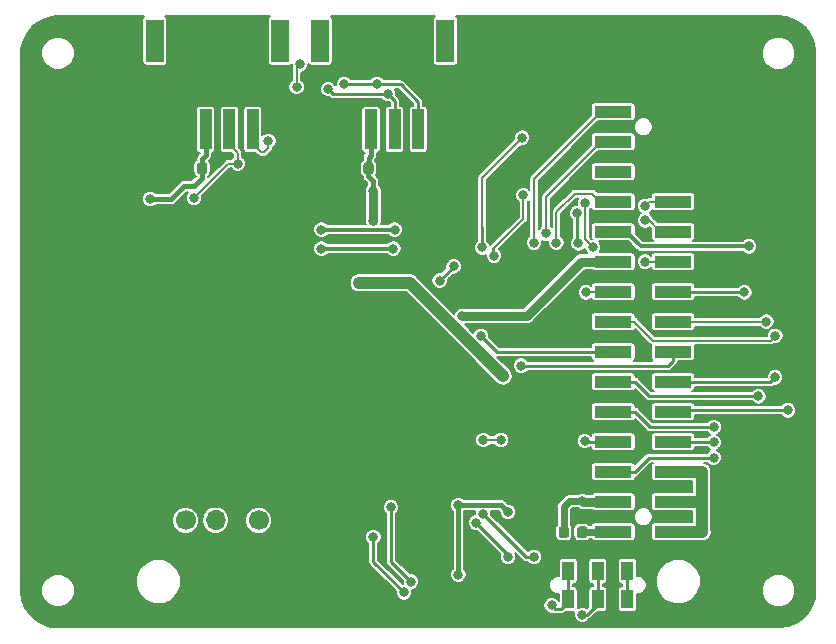
<source format=gbl>
G04 #@! TF.GenerationSoftware,KiCad,Pcbnew,(5.0.0)*
G04 #@! TF.CreationDate,2020-07-21T01:32:20+09:00*
G04 #@! TF.ProjectId,WioTerminal_M5Adapter,57696F5465726D696E616C5F4D354164,rev?*
G04 #@! TF.SameCoordinates,PX206cc80PYfe6f74f0*
G04 #@! TF.FileFunction,Copper,L2,Bot,Signal*
G04 #@! TF.FilePolarity,Positive*
%FSLAX46Y46*%
G04 Gerber Fmt 4.6, Leading zero omitted, Abs format (unit mm)*
G04 Created by KiCad (PCBNEW (5.0.0)) date 07/21/20 01:32:20*
%MOMM*%
%LPD*%
G01*
G04 APERTURE LIST*
G04 #@! TA.AperFunction,SMDPad,CuDef*
%ADD10R,1.000000X3.400000*%
G04 #@! TD*
G04 #@! TA.AperFunction,SMDPad,CuDef*
%ADD11R,1.500000X3.600000*%
G04 #@! TD*
G04 #@! TA.AperFunction,ComponentPad*
%ADD12C,1.700000*%
G04 #@! TD*
G04 #@! TA.AperFunction,ComponentPad*
%ADD13O,1.700000X1.700000*%
G04 #@! TD*
G04 #@! TA.AperFunction,ComponentPad*
%ADD14C,0.600000*%
G04 #@! TD*
G04 #@! TA.AperFunction,Conductor*
%ADD15R,2.300000X2.300000*%
G04 #@! TD*
G04 #@! TA.AperFunction,SMDPad,CuDef*
%ADD16R,1.000000X1.600000*%
G04 #@! TD*
G04 #@! TA.AperFunction,Conductor*
%ADD17C,0.100000*%
G04 #@! TD*
G04 #@! TA.AperFunction,SMDPad,CuDef*
%ADD18C,0.875000*%
G04 #@! TD*
G04 #@! TA.AperFunction,SMDPad,CuDef*
%ADD19R,3.150000X1.000000*%
G04 #@! TD*
G04 #@! TA.AperFunction,ViaPad*
%ADD20C,0.800000*%
G04 #@! TD*
G04 #@! TA.AperFunction,Conductor*
%ADD21C,0.250000*%
G04 #@! TD*
G04 #@! TA.AperFunction,Conductor*
%ADD22C,0.800000*%
G04 #@! TD*
G04 #@! TA.AperFunction,Conductor*
%ADD23C,1.000000*%
G04 #@! TD*
G04 #@! TA.AperFunction,Conductor*
%ADD24C,0.600000*%
G04 #@! TD*
G04 #@! TA.AperFunction,Conductor*
%ADD25C,0.200000*%
G04 #@! TD*
G04 #@! TA.AperFunction,Conductor*
%ADD26C,0.300000*%
G04 #@! TD*
G04 #@! TA.AperFunction,Conductor*
%ADD27C,0.400000*%
G04 #@! TD*
G04 APERTURE END LIST*
D10*
G04 #@! TO.P,J3,1*
G04 #@! TO.N,/TXD*
X0Y16300000D03*
G04 #@! TO.P,J3,2*
G04 #@! TO.N,/RXD*
X-2000000Y16300000D03*
G04 #@! TO.P,J3,3*
G04 #@! TO.N,+3V3*
X-4000000Y16300000D03*
G04 #@! TO.P,J3,4*
G04 #@! TO.N,GND*
X-6000000Y16300000D03*
D11*
G04 #@! TO.P,J3,*
G04 #@! TO.N,*
X-8300000Y23800000D03*
X2300000Y23800000D03*
G04 #@! TD*
D10*
G04 #@! TO.P,J4,1*
G04 #@! TO.N,/I2C1_SDA*
X-14000000Y16300000D03*
G04 #@! TO.P,J4,2*
G04 #@! TO.N,/I2C1_SCL*
X-16000000Y16300000D03*
G04 #@! TO.P,J4,3*
G04 #@! TO.N,+3V3*
X-18000000Y16300000D03*
G04 #@! TO.P,J4,4*
G04 #@! TO.N,GND*
X-20000000Y16300000D03*
D11*
G04 #@! TO.P,J4,*
G04 #@! TO.N,*
X-22300000Y23800000D03*
X-11700000Y23800000D03*
G04 #@! TD*
D12*
G04 #@! TO.P,J2,1*
G04 #@! TO.N,Net-(F1-Pad2)*
X-19700000Y-16800000D03*
D13*
G04 #@! TO.P,J2,2*
G04 #@! TO.N,Net-(J2-Pad2)*
X-17160000Y-16800000D03*
G04 #@! TD*
G04 #@! TO.P,J6,2*
G04 #@! TO.N,GND*
X-10960000Y-16800000D03*
D12*
G04 #@! TO.P,J6,1*
G04 #@! TO.N,Net-(J2-Pad2)*
X-13500000Y-16800000D03*
G04 #@! TD*
D14*
G04 #@! TO.P,U2,11*
G04 #@! TO.N,GND*
X-4600000Y-8300000D03*
X-5100000Y-8800000D03*
X-5100000Y-7800000D03*
X-4100000Y-8800000D03*
X-4100000Y-7800000D03*
D15*
G04 #@! TD*
G04 #@! TO.N,GND*
G04 #@! TO.C,U2*
X-4600000Y-8301000D03*
D16*
G04 #@! TO.P,SW1,1*
G04 #@! TO.N,Net-(SW1-Pad1)*
X17700000Y-21100000D03*
G04 #@! TO.P,SW1,2*
G04 #@! TO.N,Net-(C1-Pad1)*
X15200000Y-21100000D03*
G04 #@! TO.P,SW1,3*
G04 #@! TO.N,Net-(R15-Pad2)*
X12700000Y-21100000D03*
X12700000Y-23500000D03*
G04 #@! TO.P,SW1,1*
G04 #@! TO.N,Net-(SW1-Pad1)*
X17700000Y-23500000D03*
G04 #@! TO.P,SW1,2*
G04 #@! TO.N,Net-(C1-Pad1)*
X15200000Y-23500000D03*
G04 #@! TD*
D17*
G04 #@! TO.N,GND*
G04 #@! TO.C,C12*
G36*
X-5547309Y13473947D02*
X-5526074Y13470797D01*
X-5505250Y13465581D01*
X-5485038Y13458349D01*
X-5465632Y13449170D01*
X-5447219Y13438134D01*
X-5429976Y13425346D01*
X-5414070Y13410930D01*
X-5399654Y13395024D01*
X-5386866Y13377781D01*
X-5375830Y13359368D01*
X-5366651Y13339962D01*
X-5359419Y13319750D01*
X-5354203Y13298926D01*
X-5351053Y13277691D01*
X-5350000Y13256250D01*
X-5350000Y12743750D01*
X-5351053Y12722309D01*
X-5354203Y12701074D01*
X-5359419Y12680250D01*
X-5366651Y12660038D01*
X-5375830Y12640632D01*
X-5386866Y12622219D01*
X-5399654Y12604976D01*
X-5414070Y12589070D01*
X-5429976Y12574654D01*
X-5447219Y12561866D01*
X-5465632Y12550830D01*
X-5485038Y12541651D01*
X-5505250Y12534419D01*
X-5526074Y12529203D01*
X-5547309Y12526053D01*
X-5568750Y12525000D01*
X-6006250Y12525000D01*
X-6027691Y12526053D01*
X-6048926Y12529203D01*
X-6069750Y12534419D01*
X-6089962Y12541651D01*
X-6109368Y12550830D01*
X-6127781Y12561866D01*
X-6145024Y12574654D01*
X-6160930Y12589070D01*
X-6175346Y12604976D01*
X-6188134Y12622219D01*
X-6199170Y12640632D01*
X-6208349Y12660038D01*
X-6215581Y12680250D01*
X-6220797Y12701074D01*
X-6223947Y12722309D01*
X-6225000Y12743750D01*
X-6225000Y13256250D01*
X-6223947Y13277691D01*
X-6220797Y13298926D01*
X-6215581Y13319750D01*
X-6208349Y13339962D01*
X-6199170Y13359368D01*
X-6188134Y13377781D01*
X-6175346Y13395024D01*
X-6160930Y13410930D01*
X-6145024Y13425346D01*
X-6127781Y13438134D01*
X-6109368Y13449170D01*
X-6089962Y13458349D01*
X-6069750Y13465581D01*
X-6048926Y13470797D01*
X-6027691Y13473947D01*
X-6006250Y13475000D01*
X-5568750Y13475000D01*
X-5547309Y13473947D01*
X-5547309Y13473947D01*
G37*
D18*
G04 #@! TD*
G04 #@! TO.P,C12,2*
G04 #@! TO.N,GND*
X-5787500Y13000000D03*
D17*
G04 #@! TO.N,+3V3*
G04 #@! TO.C,C12*
G36*
X-3972309Y13473947D02*
X-3951074Y13470797D01*
X-3930250Y13465581D01*
X-3910038Y13458349D01*
X-3890632Y13449170D01*
X-3872219Y13438134D01*
X-3854976Y13425346D01*
X-3839070Y13410930D01*
X-3824654Y13395024D01*
X-3811866Y13377781D01*
X-3800830Y13359368D01*
X-3791651Y13339962D01*
X-3784419Y13319750D01*
X-3779203Y13298926D01*
X-3776053Y13277691D01*
X-3775000Y13256250D01*
X-3775000Y12743750D01*
X-3776053Y12722309D01*
X-3779203Y12701074D01*
X-3784419Y12680250D01*
X-3791651Y12660038D01*
X-3800830Y12640632D01*
X-3811866Y12622219D01*
X-3824654Y12604976D01*
X-3839070Y12589070D01*
X-3854976Y12574654D01*
X-3872219Y12561866D01*
X-3890632Y12550830D01*
X-3910038Y12541651D01*
X-3930250Y12534419D01*
X-3951074Y12529203D01*
X-3972309Y12526053D01*
X-3993750Y12525000D01*
X-4431250Y12525000D01*
X-4452691Y12526053D01*
X-4473926Y12529203D01*
X-4494750Y12534419D01*
X-4514962Y12541651D01*
X-4534368Y12550830D01*
X-4552781Y12561866D01*
X-4570024Y12574654D01*
X-4585930Y12589070D01*
X-4600346Y12604976D01*
X-4613134Y12622219D01*
X-4624170Y12640632D01*
X-4633349Y12660038D01*
X-4640581Y12680250D01*
X-4645797Y12701074D01*
X-4648947Y12722309D01*
X-4650000Y12743750D01*
X-4650000Y13256250D01*
X-4648947Y13277691D01*
X-4645797Y13298926D01*
X-4640581Y13319750D01*
X-4633349Y13339962D01*
X-4624170Y13359368D01*
X-4613134Y13377781D01*
X-4600346Y13395024D01*
X-4585930Y13410930D01*
X-4570024Y13425346D01*
X-4552781Y13438134D01*
X-4534368Y13449170D01*
X-4514962Y13458349D01*
X-4494750Y13465581D01*
X-4473926Y13470797D01*
X-4452691Y13473947D01*
X-4431250Y13475000D01*
X-3993750Y13475000D01*
X-3972309Y13473947D01*
X-3972309Y13473947D01*
G37*
D18*
G04 #@! TD*
G04 #@! TO.P,C12,1*
G04 #@! TO.N,+3V3*
X-4212500Y13000000D03*
D17*
G04 #@! TO.N,+3V3*
G04 #@! TO.C,C13*
G36*
X-18059809Y13473947D02*
X-18038574Y13470797D01*
X-18017750Y13465581D01*
X-17997538Y13458349D01*
X-17978132Y13449170D01*
X-17959719Y13438134D01*
X-17942476Y13425346D01*
X-17926570Y13410930D01*
X-17912154Y13395024D01*
X-17899366Y13377781D01*
X-17888330Y13359368D01*
X-17879151Y13339962D01*
X-17871919Y13319750D01*
X-17866703Y13298926D01*
X-17863553Y13277691D01*
X-17862500Y13256250D01*
X-17862500Y12743750D01*
X-17863553Y12722309D01*
X-17866703Y12701074D01*
X-17871919Y12680250D01*
X-17879151Y12660038D01*
X-17888330Y12640632D01*
X-17899366Y12622219D01*
X-17912154Y12604976D01*
X-17926570Y12589070D01*
X-17942476Y12574654D01*
X-17959719Y12561866D01*
X-17978132Y12550830D01*
X-17997538Y12541651D01*
X-18017750Y12534419D01*
X-18038574Y12529203D01*
X-18059809Y12526053D01*
X-18081250Y12525000D01*
X-18518750Y12525000D01*
X-18540191Y12526053D01*
X-18561426Y12529203D01*
X-18582250Y12534419D01*
X-18602462Y12541651D01*
X-18621868Y12550830D01*
X-18640281Y12561866D01*
X-18657524Y12574654D01*
X-18673430Y12589070D01*
X-18687846Y12604976D01*
X-18700634Y12622219D01*
X-18711670Y12640632D01*
X-18720849Y12660038D01*
X-18728081Y12680250D01*
X-18733297Y12701074D01*
X-18736447Y12722309D01*
X-18737500Y12743750D01*
X-18737500Y13256250D01*
X-18736447Y13277691D01*
X-18733297Y13298926D01*
X-18728081Y13319750D01*
X-18720849Y13339962D01*
X-18711670Y13359368D01*
X-18700634Y13377781D01*
X-18687846Y13395024D01*
X-18673430Y13410930D01*
X-18657524Y13425346D01*
X-18640281Y13438134D01*
X-18621868Y13449170D01*
X-18602462Y13458349D01*
X-18582250Y13465581D01*
X-18561426Y13470797D01*
X-18540191Y13473947D01*
X-18518750Y13475000D01*
X-18081250Y13475000D01*
X-18059809Y13473947D01*
X-18059809Y13473947D01*
G37*
D18*
G04 #@! TD*
G04 #@! TO.P,C13,1*
G04 #@! TO.N,+3V3*
X-18300000Y13000000D03*
D17*
G04 #@! TO.N,GND*
G04 #@! TO.C,C13*
G36*
X-19634809Y13473947D02*
X-19613574Y13470797D01*
X-19592750Y13465581D01*
X-19572538Y13458349D01*
X-19553132Y13449170D01*
X-19534719Y13438134D01*
X-19517476Y13425346D01*
X-19501570Y13410930D01*
X-19487154Y13395024D01*
X-19474366Y13377781D01*
X-19463330Y13359368D01*
X-19454151Y13339962D01*
X-19446919Y13319750D01*
X-19441703Y13298926D01*
X-19438553Y13277691D01*
X-19437500Y13256250D01*
X-19437500Y12743750D01*
X-19438553Y12722309D01*
X-19441703Y12701074D01*
X-19446919Y12680250D01*
X-19454151Y12660038D01*
X-19463330Y12640632D01*
X-19474366Y12622219D01*
X-19487154Y12604976D01*
X-19501570Y12589070D01*
X-19517476Y12574654D01*
X-19534719Y12561866D01*
X-19553132Y12550830D01*
X-19572538Y12541651D01*
X-19592750Y12534419D01*
X-19613574Y12529203D01*
X-19634809Y12526053D01*
X-19656250Y12525000D01*
X-20093750Y12525000D01*
X-20115191Y12526053D01*
X-20136426Y12529203D01*
X-20157250Y12534419D01*
X-20177462Y12541651D01*
X-20196868Y12550830D01*
X-20215281Y12561866D01*
X-20232524Y12574654D01*
X-20248430Y12589070D01*
X-20262846Y12604976D01*
X-20275634Y12622219D01*
X-20286670Y12640632D01*
X-20295849Y12660038D01*
X-20303081Y12680250D01*
X-20308297Y12701074D01*
X-20311447Y12722309D01*
X-20312500Y12743750D01*
X-20312500Y13256250D01*
X-20311447Y13277691D01*
X-20308297Y13298926D01*
X-20303081Y13319750D01*
X-20295849Y13339962D01*
X-20286670Y13359368D01*
X-20275634Y13377781D01*
X-20262846Y13395024D01*
X-20248430Y13410930D01*
X-20232524Y13425346D01*
X-20215281Y13438134D01*
X-20196868Y13449170D01*
X-20177462Y13458349D01*
X-20157250Y13465581D01*
X-20136426Y13470797D01*
X-20115191Y13473947D01*
X-20093750Y13475000D01*
X-19656250Y13475000D01*
X-19634809Y13473947D01*
X-19634809Y13473947D01*
G37*
D18*
G04 #@! TD*
G04 #@! TO.P,C13,2*
G04 #@! TO.N,GND*
X-19875000Y13000000D03*
D19*
G04 #@! TO.P,J5,30*
G04 #@! TO.N,/BATTERY*
X16525000Y-17780000D03*
G04 #@! TO.P,J5,29*
G04 #@! TO.N,/HPWR*
X21575000Y-17780000D03*
G04 #@! TO.P,J5,28*
G04 #@! TO.N,+5V*
X16525000Y-15240000D03*
G04 #@! TO.P,J5,27*
G04 #@! TO.N,/HPWR*
X21575000Y-15240000D03*
G04 #@! TO.P,J5,26*
G04 #@! TO.N,/I2S_SDIN*
X16525000Y-12700000D03*
G04 #@! TO.P,J5,25*
G04 #@! TO.N,/HPWR*
X21575000Y-12700000D03*
G04 #@! TO.P,J5,24*
G04 #@! TO.N,/GPCLK2*
X16525000Y-10160000D03*
G04 #@! TO.P,J5,23*
G04 #@! TO.N,/I2S_SDOUT*
X21575000Y-10160000D03*
G04 #@! TO.P,J5,22*
G04 #@! TO.N,/I2S_LRCLK*
X16525000Y-7620000D03*
G04 #@! TO.P,J5,21*
G04 #@! TO.N,/I2S_BCLK*
X21575000Y-7620000D03*
G04 #@! TO.P,J5,20*
G04 #@! TO.N,/SPI_CS*
X16525000Y-5080000D03*
G04 #@! TO.P,J5,19*
G04 #@! TO.N,/A2_D2*
X21575000Y-5080000D03*
G04 #@! TO.P,J5,18*
G04 #@! TO.N,/SCL*
X16525000Y-2540000D03*
G04 #@! TO.P,J5,17*
G04 #@! TO.N,/SDA*
X21575000Y-2540000D03*
G04 #@! TO.P,J5,16*
G04 #@! TO.N,/TXD*
X16525000Y0D03*
G04 #@! TO.P,J5,15*
G04 #@! TO.N,/RXD*
X21575000Y0D03*
G04 #@! TO.P,J5,14*
G04 #@! TO.N,/PWM1*
X16525000Y2540000D03*
G04 #@! TO.P,J5,13*
G04 #@! TO.N,/PWM0*
X21575000Y2540000D03*
G04 #@! TO.P,J5,12*
G04 #@! TO.N,+3V3*
X16525000Y5080000D03*
G04 #@! TO.P,J5,11*
G04 #@! TO.N,/SPI_SCK*
X21575000Y5080000D03*
G04 #@! TO.P,J5,10*
G04 #@! TO.N,/DAC1*
X16525000Y7620000D03*
G04 #@! TO.P,J5,9*
G04 #@! TO.N,/SPI_MISO*
X21575000Y7620000D03*
G04 #@! TO.P,J5,8*
G04 #@! TO.N,/DAC0*
X16525000Y10160000D03*
G04 #@! TO.P,J5,7*
G04 #@! TO.N,/SPI_MOSI*
X21575000Y10160000D03*
G04 #@! TO.P,J5,6*
G04 #@! TO.N,N/C*
X16525000Y12700000D03*
G04 #@! TO.P,J5,5*
G04 #@! TO.N,GND*
X21575000Y12700000D03*
G04 #@! TO.P,J5,4*
G04 #@! TO.N,/A1_D1*
X16525000Y15240000D03*
G04 #@! TO.P,J5,3*
G04 #@! TO.N,GND*
X21575000Y15240000D03*
G04 #@! TO.P,J5,2*
G04 #@! TO.N,/A0_D0*
X16525000Y17780000D03*
G04 #@! TO.P,J5,1*
G04 #@! TO.N,GND*
X21575000Y17780000D03*
G04 #@! TD*
D17*
G04 #@! TO.N,+5V*
G04 #@! TO.C,R16*
G36*
X12552691Y-17326053D02*
X12573926Y-17329203D01*
X12594750Y-17334419D01*
X12614962Y-17341651D01*
X12634368Y-17350830D01*
X12652781Y-17361866D01*
X12670024Y-17374654D01*
X12685930Y-17389070D01*
X12700346Y-17404976D01*
X12713134Y-17422219D01*
X12724170Y-17440632D01*
X12733349Y-17460038D01*
X12740581Y-17480250D01*
X12745797Y-17501074D01*
X12748947Y-17522309D01*
X12750000Y-17543750D01*
X12750000Y-18056250D01*
X12748947Y-18077691D01*
X12745797Y-18098926D01*
X12740581Y-18119750D01*
X12733349Y-18139962D01*
X12724170Y-18159368D01*
X12713134Y-18177781D01*
X12700346Y-18195024D01*
X12685930Y-18210930D01*
X12670024Y-18225346D01*
X12652781Y-18238134D01*
X12634368Y-18249170D01*
X12614962Y-18258349D01*
X12594750Y-18265581D01*
X12573926Y-18270797D01*
X12552691Y-18273947D01*
X12531250Y-18275000D01*
X12093750Y-18275000D01*
X12072309Y-18273947D01*
X12051074Y-18270797D01*
X12030250Y-18265581D01*
X12010038Y-18258349D01*
X11990632Y-18249170D01*
X11972219Y-18238134D01*
X11954976Y-18225346D01*
X11939070Y-18210930D01*
X11924654Y-18195024D01*
X11911866Y-18177781D01*
X11900830Y-18159368D01*
X11891651Y-18139962D01*
X11884419Y-18119750D01*
X11879203Y-18098926D01*
X11876053Y-18077691D01*
X11875000Y-18056250D01*
X11875000Y-17543750D01*
X11876053Y-17522309D01*
X11879203Y-17501074D01*
X11884419Y-17480250D01*
X11891651Y-17460038D01*
X11900830Y-17440632D01*
X11911866Y-17422219D01*
X11924654Y-17404976D01*
X11939070Y-17389070D01*
X11954976Y-17374654D01*
X11972219Y-17361866D01*
X11990632Y-17350830D01*
X12010038Y-17341651D01*
X12030250Y-17334419D01*
X12051074Y-17329203D01*
X12072309Y-17326053D01*
X12093750Y-17325000D01*
X12531250Y-17325000D01*
X12552691Y-17326053D01*
X12552691Y-17326053D01*
G37*
D18*
G04 #@! TD*
G04 #@! TO.P,R16,1*
G04 #@! TO.N,+5V*
X12312500Y-17800000D03*
D17*
G04 #@! TO.N,/BATTERY*
G04 #@! TO.C,R16*
G36*
X14127691Y-17326053D02*
X14148926Y-17329203D01*
X14169750Y-17334419D01*
X14189962Y-17341651D01*
X14209368Y-17350830D01*
X14227781Y-17361866D01*
X14245024Y-17374654D01*
X14260930Y-17389070D01*
X14275346Y-17404976D01*
X14288134Y-17422219D01*
X14299170Y-17440632D01*
X14308349Y-17460038D01*
X14315581Y-17480250D01*
X14320797Y-17501074D01*
X14323947Y-17522309D01*
X14325000Y-17543750D01*
X14325000Y-18056250D01*
X14323947Y-18077691D01*
X14320797Y-18098926D01*
X14315581Y-18119750D01*
X14308349Y-18139962D01*
X14299170Y-18159368D01*
X14288134Y-18177781D01*
X14275346Y-18195024D01*
X14260930Y-18210930D01*
X14245024Y-18225346D01*
X14227781Y-18238134D01*
X14209368Y-18249170D01*
X14189962Y-18258349D01*
X14169750Y-18265581D01*
X14148926Y-18270797D01*
X14127691Y-18273947D01*
X14106250Y-18275000D01*
X13668750Y-18275000D01*
X13647309Y-18273947D01*
X13626074Y-18270797D01*
X13605250Y-18265581D01*
X13585038Y-18258349D01*
X13565632Y-18249170D01*
X13547219Y-18238134D01*
X13529976Y-18225346D01*
X13514070Y-18210930D01*
X13499654Y-18195024D01*
X13486866Y-18177781D01*
X13475830Y-18159368D01*
X13466651Y-18139962D01*
X13459419Y-18119750D01*
X13454203Y-18098926D01*
X13451053Y-18077691D01*
X13450000Y-18056250D01*
X13450000Y-17543750D01*
X13451053Y-17522309D01*
X13454203Y-17501074D01*
X13459419Y-17480250D01*
X13466651Y-17460038D01*
X13475830Y-17440632D01*
X13486866Y-17422219D01*
X13499654Y-17404976D01*
X13514070Y-17389070D01*
X13529976Y-17374654D01*
X13547219Y-17361866D01*
X13565632Y-17350830D01*
X13585038Y-17341651D01*
X13605250Y-17334419D01*
X13626074Y-17329203D01*
X13647309Y-17326053D01*
X13668750Y-17325000D01*
X14106250Y-17325000D01*
X14127691Y-17326053D01*
X14127691Y-17326053D01*
G37*
D18*
G04 #@! TD*
G04 #@! TO.P,R16,2*
G04 #@! TO.N,/BATTERY*
X13887500Y-17800000D03*
D20*
G04 #@! TO.N,Net-(C1-Pad1)*
X-3800000Y-18200000D03*
X13900000Y-24800000D03*
X-1200000Y-22900000D03*
G04 #@! TO.N,GND*
X-8900000Y-3400000D03*
X-2500000Y-9900000D03*
X-6900000Y-8900000D03*
X-7700000Y-8300000D03*
X-7700000Y-9300000D03*
X-7700000Y-7300000D03*
X-2500000Y-7900000D03*
X-2500000Y-8900000D03*
X-1600000Y-8400000D03*
X-1600000Y-9400000D03*
X-2500000Y-6900000D03*
X-8900000Y-4400000D03*
X-8900000Y-2000000D03*
X-8900000Y-1000000D03*
X-8900000Y400000D03*
X-8900000Y1400000D03*
X-8400000Y-11800000D03*
X-8400000Y-12800000D03*
X-8400000Y-13800000D03*
X-8400000Y-14800000D03*
X-800000Y-15500000D03*
X-6500000Y2500000D03*
X4700000Y-4600000D03*
X4600000Y-14500000D03*
X-19050000Y20250000D03*
X-13900000Y10600000D03*
X6300000Y10600000D03*
X11430000Y19930000D03*
X16510000Y19990000D03*
X24130000Y15170000D03*
X5524990Y-8400000D03*
X5524990Y-6000000D03*
X-6900000Y-7700000D03*
X-2500000Y-5112500D03*
X-32500000Y20000000D03*
X-27500000Y20000000D03*
X-27500000Y25000000D03*
X-32500000Y15000000D03*
X-32500000Y10000000D03*
X-32500000Y5000000D03*
X-32500000Y0D03*
X-32500000Y-5000000D03*
X-32500000Y-10000000D03*
X-32500000Y-15000000D03*
X-32500000Y-20000000D03*
X-27500000Y-20000000D03*
X-27500000Y-25000000D03*
X27500000Y-25000000D03*
X27500000Y-20000000D03*
X32500000Y-20000000D03*
X32500000Y-15000000D03*
X32500000Y-10000000D03*
X32500000Y-5000000D03*
X32500000Y0D03*
X32500000Y5000000D03*
X32500000Y10000000D03*
X32500000Y15000000D03*
X32500000Y20000000D03*
X27500000Y25000000D03*
X-22500000Y-25000000D03*
X-17500000Y-25000000D03*
X-12500000Y-25000000D03*
X-7500000Y-25000000D03*
X-2500000Y-25000000D03*
X22500000Y-25000000D03*
X-25000000Y2500000D03*
X-20000000Y2500000D03*
X-15000000Y2500000D03*
X-27500000Y7500000D03*
X-27500000Y12500000D03*
X-25000000Y7500000D03*
X-23300000Y5500000D03*
X-15100000Y5600000D03*
X-16200000Y6900000D03*
X-20600000Y6700000D03*
X-22300000Y8500000D03*
X-25000000Y10000000D03*
X-24200000Y15300000D03*
X-8900000Y15300000D03*
X-500000Y8500000D03*
X-10100000Y8700000D03*
X-11400000Y10200000D03*
X-14300000Y8600000D03*
X3300000Y8500000D03*
X7800000Y5100000D03*
X12000000Y5200000D03*
X8700000Y1700000D03*
X4100000Y1600000D03*
X7500000Y-800000D03*
X14000000Y-1600000D03*
X14000000Y1100000D03*
X12300000Y1800000D03*
X10300000Y-700000D03*
X9800000Y-4900000D03*
X12100000Y-4900000D03*
X14100000Y-4900000D03*
X9900000Y-12000000D03*
X11800000Y-13700000D03*
X14000000Y-13700000D03*
X7800000Y-13700000D03*
X-12000000Y-14600000D03*
X-20500000Y-14600000D03*
X-16300000Y-14600000D03*
X25800000Y-12700000D03*
X28000000Y-10400000D03*
X28000000Y-8700000D03*
X25800000Y-18100000D03*
X24400000Y-20600000D03*
X9900000Y-8200000D03*
X800000Y-19400000D03*
X712500Y-20287500D03*
X2300000Y-15500000D03*
X800000Y-15500000D03*
X-800000Y-16600000D03*
X800000Y-16600000D03*
X-800000Y-18800000D03*
X-800000Y-20700000D03*
X1100000Y-22700000D03*
X2100000Y-23200000D03*
X6300000Y-23200000D03*
X6300000Y-21400000D03*
X4400000Y-23200000D03*
X4900000Y-21500000D03*
X-400000Y-25000000D03*
X-2500000Y-22800000D03*
X1500000Y8500000D03*
X27500000Y1000000D03*
X27500000Y-2700000D03*
X27500000Y-4300000D03*
X29600000Y-2600000D03*
X24200000Y8200000D03*
X24200000Y5200000D03*
X24200000Y1300000D03*
X24300000Y-3300000D03*
X12100000Y-8400000D03*
X12800000Y-10400000D03*
X14000000Y-11700000D03*
G04 #@! TO.N,+5V*
X-5000000Y3300000D03*
X7200000Y-4600000D03*
X13900000Y-15200000D03*
G04 #@! TO.N,Net-(J1-Pad27)*
X8900000Y10700000D03*
X6400000Y5600000D03*
G04 #@! TO.N,Net-(J1-Pad28)*
X8800000Y15600000D03*
X5400000Y6300000D03*
G04 #@! TO.N,/SDA*
X-8200000Y6200000D03*
X-2100000Y6200000D03*
X8700000Y-3700000D03*
X3000000Y4700000D03*
X1800000Y3500000D03*
X5500000Y-10000000D03*
X7000000Y-10000000D03*
G04 #@! TO.N,/A0*
X5500000Y-16250000D03*
X9800000Y-19900000D03*
G04 #@! TO.N,/SCL*
X-8200000Y7800000D03*
X-2000000Y7800000D03*
X5300000Y-1200000D03*
G04 #@! TO.N,/A1*
X4900000Y-17000000D03*
X7600000Y-19900000D03*
G04 #@! TO.N,+3V3*
X-3800000Y8500000D03*
X3700000Y500000D03*
X-3831149Y11100021D03*
X-22700000Y10400000D03*
X3400000Y-15500000D03*
X3400000Y-21400000D03*
X7600000Y-16100000D03*
G04 #@! TO.N,Net-(R15-Pad2)*
X-2300000Y-15700000D03*
X11300000Y-24000000D03*
X-600000Y-22000000D03*
G04 #@! TO.N,/I2C1_SDA*
X-12700000Y15300000D03*
G04 #@! TO.N,/I2C1_SCL*
X-15300000Y13400000D03*
X-18987500Y10500000D03*
G04 #@! TO.N,/TXD*
X-6300000Y20100000D03*
X-3500000Y20100000D03*
X30224990Y-1178324D03*
G04 #@! TO.N,/RXD*
X-7600000Y19700000D03*
X-2600001Y19300001D03*
X29475010Y18640D03*
G04 #@! TO.N,/DAC0*
X11700000Y6700000D03*
G04 #@! TO.N,/I2S_BCLK*
X-10300000Y19900000D03*
X-10000000Y21800000D03*
X31300000Y-7500000D03*
G04 #@! TO.N,/A0_D0*
X9800000Y6700000D03*
G04 #@! TO.N,/A1_D1*
X10800000Y7500000D03*
G04 #@! TO.N,/A2_D2*
X30200000Y-4700000D03*
G04 #@! TO.N,/SPI_MOSI*
X19200000Y9800000D03*
G04 #@! TO.N,/SPI_MISO*
X19200000Y8600000D03*
G04 #@! TO.N,/SPI_SCK*
X19200000Y5100000D03*
G04 #@! TO.N,/SPI_CS*
X28800000Y-6300000D03*
G04 #@! TO.N,/DAC1*
X28000000Y6400004D03*
G04 #@! TO.N,/GPCLK2*
X14100000Y-10100000D03*
X13449990Y9179595D03*
X13559159Y6639439D03*
G04 #@! TO.N,/PWM0*
X27600000Y2500000D03*
G04 #@! TO.N,/PWM1*
X14100000Y10100000D03*
X14800000Y6300000D03*
X14200000Y2500000D03*
G04 #@! TO.N,/I2S_LRCLK*
X25000000Y-8900000D03*
G04 #@! TO.N,/I2S_SDIN*
X25000000Y-11500000D03*
G04 #@! TO.N,/I2S_SDOUT*
X25000000Y-10200000D03*
G04 #@! TD*
D21*
G04 #@! TO.N,Net-(C1-Pad1)*
X15200000Y-23900000D02*
X15200000Y-23500000D01*
X13900000Y-24800000D02*
X14300000Y-24800000D01*
X14300000Y-24800000D02*
X15200000Y-23900000D01*
X15200000Y-23500000D02*
X15200000Y-21100000D01*
X-3800000Y-20300000D02*
X-1200000Y-22900000D01*
X-3800000Y-18200000D02*
X-3800000Y-20300000D01*
D22*
G04 #@! TO.N,GND*
X24060000Y15240000D02*
X24130000Y15170000D01*
X21575000Y15240000D02*
X24060000Y15240000D01*
D23*
X21575000Y12700000D02*
X24100000Y12700000D01*
X24130000Y12730000D02*
X24130000Y17770000D01*
X24100000Y12700000D02*
X24130000Y12730000D01*
X24120000Y17780000D02*
X21575000Y17780000D01*
X24130000Y17770000D02*
X24120000Y17780000D01*
G04 #@! TO.N,+5V*
X-5000000Y3300000D02*
X-4000000Y3300000D01*
X4100000Y-1500000D02*
X7200000Y-4600000D01*
D22*
X13940000Y-15240000D02*
X13900000Y-15200000D01*
X16525000Y-15240000D02*
X13940000Y-15240000D01*
D23*
X4100000Y-1500000D02*
X-700000Y3300000D01*
X-4000000Y3300000D02*
X-700000Y3300000D01*
D24*
X12312500Y-17800000D02*
X12312500Y-15687500D01*
X12800000Y-15200000D02*
X13900000Y-15200000D01*
X12312500Y-15687500D02*
X12800000Y-15200000D01*
D25*
G04 #@! TO.N,Net-(J1-Pad27)*
X6365685Y6200000D02*
X8900000Y8734315D01*
X8900000Y8734315D02*
X8900000Y10700000D01*
D21*
X6365685Y6200000D02*
X6365685Y5634315D01*
X6365685Y5634315D02*
X6400000Y5600000D01*
D25*
G04 #@! TO.N,Net-(J1-Pad28)*
X5391395Y12191395D02*
X5391395Y8060047D01*
X8800000Y15600000D02*
X5391395Y12191395D01*
D21*
X5391395Y6874290D02*
X5391395Y8060047D01*
X5400000Y6865685D02*
X5391395Y6874290D01*
X5400000Y6300000D02*
X5400000Y6865685D01*
D26*
G04 #@! TO.N,/SDA*
X-8200000Y6200000D02*
X-3700000Y6200000D01*
X-3700000Y6200000D02*
X-2100000Y6200000D01*
D21*
X21575000Y-3290000D02*
X21165000Y-3700000D01*
X21575000Y-2540000D02*
X21575000Y-3290000D01*
X21165000Y-3700000D02*
X8700000Y-3700000D01*
X3000000Y4700000D02*
X1800000Y3500000D01*
D25*
X5500000Y-10000000D02*
X6800000Y-10000000D01*
D21*
G04 #@! TO.N,/A0*
X9150000Y-19900000D02*
X9800000Y-19900000D01*
X5500000Y-16250000D02*
X9150000Y-19900000D01*
D26*
G04 #@! TO.N,/SCL*
X-8200000Y7800000D02*
X-3600000Y7800000D01*
X-2000000Y7800000D02*
X-3600000Y7800000D01*
D21*
X16525000Y-2540000D02*
X6640000Y-2540000D01*
X6640000Y-2540000D02*
X5300000Y-1200000D01*
G04 #@! TO.N,/A1*
X7600000Y-19700000D02*
X7600000Y-19900000D01*
X4900000Y-17000000D02*
X7600000Y-19700000D01*
D27*
G04 #@! TO.N,+3V3*
X-18300000Y13800000D02*
X-18300000Y13000000D01*
X-18000000Y16300000D02*
X-18000000Y14100000D01*
X-18000000Y14100000D02*
X-18300000Y13800000D01*
X-4212500Y13575000D02*
X-4200000Y13587500D01*
X-4212500Y13000000D02*
X-4212500Y13575000D01*
X-4200000Y13587500D02*
X-4200000Y13900000D01*
X-4000000Y14100000D02*
X-4000000Y16300000D01*
X-4200000Y13900000D02*
X-4000000Y14100000D01*
D22*
X16505000Y5100000D02*
X16525000Y5080000D01*
X13800000Y5100000D02*
X16505000Y5100000D01*
X9200000Y500000D02*
X13800000Y5100000D01*
X3700000Y500000D02*
X9200000Y500000D01*
X-3800000Y8500000D02*
X-3800000Y11068872D01*
X-3800000Y11068872D02*
X-3831149Y11100021D01*
D27*
X-3831149Y11100021D02*
X-3831149Y11931149D01*
X-4212500Y12312500D02*
X-4212500Y13000000D01*
X-3831149Y11931149D02*
X-4212500Y12312500D01*
X-18300000Y13000000D02*
X-18300000Y12200000D01*
X-18300000Y12200000D02*
X-19000000Y11500000D01*
X-22700000Y10400000D02*
X-20900000Y10400000D01*
X-19800000Y11500000D02*
X-19000000Y11500000D01*
X-20900000Y10400000D02*
X-19800000Y11500000D01*
X3400000Y-15500000D02*
X3400000Y-21400000D01*
X3400000Y-15500000D02*
X7000000Y-15500000D01*
X7000000Y-15500000D02*
X7600000Y-16100000D01*
D21*
G04 #@! TO.N,Net-(R15-Pad2)*
X12700000Y-23500000D02*
X12700000Y-23700000D01*
X12700000Y-23700000D02*
X12100000Y-24300000D01*
X12100000Y-24300000D02*
X11600000Y-24300000D01*
X11600000Y-24300000D02*
X11300000Y-24000000D01*
X12700000Y-21100000D02*
X12700000Y-23500000D01*
X-2300000Y-20300000D02*
X-600000Y-22000000D01*
X-2300000Y-15700000D02*
X-2300000Y-20300000D01*
G04 #@! TO.N,Net-(SW1-Pad1)*
X17700000Y-23500000D02*
X17700000Y-21100000D01*
D25*
G04 #@! TO.N,/I2C1_SDA*
X-12700000Y14734315D02*
X-13034315Y14400000D01*
X-12700000Y15300000D02*
X-12700000Y14734315D01*
X-14000000Y15100000D02*
X-14000000Y16300000D01*
X-13300000Y14400000D02*
X-14000000Y15100000D01*
X-13034315Y14400000D02*
X-13300000Y14400000D01*
G04 #@! TO.N,/I2C1_SCL*
X-16000000Y16300000D02*
X-16000000Y15000000D01*
X-16000000Y15000000D02*
X-15300000Y14300000D01*
X-15300000Y14300000D02*
X-15300000Y13400000D01*
X-15300000Y13400000D02*
X-16087500Y13400000D01*
X-16087500Y13400000D02*
X-18987500Y10500000D01*
D21*
G04 #@! TO.N,/TXD*
X0Y16300000D02*
X0Y18600000D01*
X0Y18600000D02*
X-1500000Y20100000D01*
X-1500000Y20100000D02*
X-3500000Y20100000D01*
X-3500000Y20100000D02*
X-6300000Y20100000D01*
D25*
X16525000Y0D02*
X18300000Y0D01*
X18300000Y0D02*
X19878323Y-1578323D01*
X19878323Y-1578323D02*
X29824991Y-1578323D01*
X29824991Y-1578323D02*
X30224990Y-1178324D01*
D21*
G04 #@! TO.N,/RXD*
X-2000000Y18700000D02*
X-2000000Y18250000D01*
X-2000000Y18250000D02*
X-2000000Y16300000D01*
X-2600001Y19300001D02*
X-2000000Y18700000D01*
X-7200001Y19300001D02*
X-2600001Y19300001D01*
X-7600000Y19700000D02*
X-7200001Y19300001D01*
D25*
X21575000Y0D02*
X29456370Y0D01*
X29456370Y0D02*
X29475010Y18640D01*
G04 #@! TO.N,/DAC0*
X16525000Y10160000D02*
X15450000Y10160000D01*
X15450000Y10160000D02*
X14750000Y10860000D01*
X14750000Y10860000D02*
X13260000Y10860000D01*
X13260000Y10860000D02*
X11700000Y9300000D01*
X11700000Y9300000D02*
X11700000Y7265685D01*
X11700000Y7265685D02*
X11700000Y6700000D01*
G04 #@! TO.N,/I2S_BCLK*
X-10300000Y19900000D02*
X-10300000Y21500000D01*
X-10300000Y21500000D02*
X-10000000Y21800000D01*
D21*
X21695000Y-7500000D02*
X21575000Y-7620000D01*
X31300000Y-7500000D02*
X21695000Y-7500000D01*
D25*
G04 #@! TO.N,/A0_D0*
X9800000Y12130000D02*
X9800000Y6700000D01*
X15450000Y17780000D02*
X9800000Y12130000D01*
X16525000Y17780000D02*
X15450000Y17780000D01*
G04 #@! TO.N,/A1_D1*
X10800000Y10590000D02*
X10800000Y8065685D01*
X10800000Y8065685D02*
X10800000Y7500000D01*
X15450000Y15240000D02*
X10800000Y10590000D01*
X16525000Y15240000D02*
X15450000Y15240000D01*
D21*
G04 #@! TO.N,/A2_D2*
X21575000Y-5080000D02*
X29820000Y-5080000D01*
X29820000Y-5080000D02*
X30200000Y-4700000D01*
D25*
G04 #@! TO.N,/SPI_MOSI*
X21575000Y10160000D02*
X19560000Y10160000D01*
X19560000Y10160000D02*
X19200000Y9800000D01*
G04 #@! TO.N,/SPI_MISO*
X19520000Y8600000D02*
X19200000Y8600000D01*
X21575000Y7620000D02*
X20500000Y7620000D01*
X20500000Y7620000D02*
X19520000Y8600000D01*
G04 #@! TO.N,/SPI_SCK*
X21575000Y5080000D02*
X19220000Y5080000D01*
X19220000Y5080000D02*
X19200000Y5100000D01*
D21*
G04 #@! TO.N,/SPI_CS*
X28234315Y-6300000D02*
X28800000Y-6300000D01*
X19570000Y-6300000D02*
X28234315Y-6300000D01*
X18350000Y-5080000D02*
X19570000Y-6300000D01*
X16525000Y-5080000D02*
X18350000Y-5080000D01*
D26*
G04 #@! TO.N,/DAC1*
X16525000Y7620000D02*
X17600000Y7620000D01*
X17600000Y7620000D02*
X18819996Y6400004D01*
X27434315Y6400004D02*
X28000000Y6400004D01*
X18819996Y6400004D02*
X27434315Y6400004D01*
D21*
G04 #@! TO.N,/GPCLK2*
X16525000Y-10160000D02*
X14160000Y-10160000D01*
X14160000Y-10160000D02*
X14100000Y-10100000D01*
X13449990Y6748608D02*
X13559159Y6639439D01*
X13449990Y9179595D02*
X13449990Y6748608D01*
G04 #@! TO.N,/PWM0*
X27560000Y2540000D02*
X27600000Y2500000D01*
X21575000Y2540000D02*
X27560000Y2540000D01*
D25*
G04 #@! TO.N,/PWM1*
X14100000Y7000000D02*
X14800000Y6300000D01*
X14100000Y10100000D02*
X14100000Y7000000D01*
X14805685Y2540000D02*
X16525000Y2540000D01*
X14765685Y2500000D02*
X14805685Y2540000D01*
X14200000Y2500000D02*
X14765685Y2500000D01*
D21*
G04 #@! TO.N,/I2S_LRCLK*
X19630000Y-8900000D02*
X25000000Y-8900000D01*
X16525000Y-7620000D02*
X18350000Y-7620000D01*
X18350000Y-7620000D02*
X19630000Y-8900000D01*
G04 #@! TO.N,/I2S_SDIN*
X18350000Y-12700000D02*
X19550000Y-11500000D01*
X16525000Y-12700000D02*
X18350000Y-12700000D01*
X19550000Y-11500000D02*
X25000000Y-11500000D01*
G04 #@! TO.N,/I2S_SDOUT*
X21575000Y-10160000D02*
X24960000Y-10160000D01*
X24960000Y-10160000D02*
X25000000Y-10200000D01*
D23*
G04 #@! TO.N,/HPWR*
X21575000Y-17780000D02*
X24020000Y-17780000D01*
X24020000Y-17780000D02*
X24000000Y-17760000D01*
X24000000Y-12700000D02*
X21575000Y-12700000D01*
X23960000Y-15240000D02*
X24000000Y-15200000D01*
X21575000Y-15240000D02*
X23960000Y-15240000D01*
X24000000Y-17760000D02*
X24000000Y-15200000D01*
X24000000Y-15200000D02*
X24000000Y-12700000D01*
D24*
G04 #@! TO.N,/BATTERY*
X16505000Y-17800000D02*
X16525000Y-17780000D01*
X13887500Y-17800000D02*
X16505000Y-17800000D01*
G04 #@! TD*
D25*
G04 #@! TO.N,GND*
G36*
X-23266288Y25816288D02*
X-23332593Y25717054D01*
X-23355877Y25600000D01*
X-23355877Y22000000D01*
X-23332593Y21882946D01*
X-23266288Y21783712D01*
X-23167054Y21717407D01*
X-23050000Y21694123D01*
X-21550000Y21694123D01*
X-21432946Y21717407D01*
X-21333712Y21783712D01*
X-21267407Y21882946D01*
X-21244123Y22000000D01*
X-21244123Y25600000D01*
X-21267407Y25717054D01*
X-21333712Y25816288D01*
X-21421582Y25875000D01*
X-12578418Y25875000D01*
X-12666288Y25816288D01*
X-12732593Y25717054D01*
X-12755877Y25600000D01*
X-12755877Y22000000D01*
X-12732593Y21882946D01*
X-12666288Y21783712D01*
X-12567054Y21717407D01*
X-12450000Y21694123D01*
X-10950000Y21694123D01*
X-10832946Y21717407D01*
X-10733712Y21783712D01*
X-10700000Y21834166D01*
X-10700000Y21660761D01*
X-10683690Y21621386D01*
X-10707836Y21500000D01*
X-10699999Y21460602D01*
X-10700000Y20489950D01*
X-10893432Y20296518D01*
X-11000000Y20039239D01*
X-11000000Y19760761D01*
X-10893432Y19503482D01*
X-10696518Y19306568D01*
X-10439239Y19200000D01*
X-10160761Y19200000D01*
X-9903482Y19306568D01*
X-9706568Y19503482D01*
X-9600000Y19760761D01*
X-9600000Y19839239D01*
X-8300000Y19839239D01*
X-8300000Y19560761D01*
X-8193432Y19303482D01*
X-7996518Y19106568D01*
X-7739239Y19000000D01*
X-7510690Y19000000D01*
X-7506409Y18993593D01*
X-7470924Y18969883D01*
X-7365828Y18899660D01*
X-7200002Y18866675D01*
X-7158144Y18875001D01*
X-3164951Y18875001D01*
X-2996519Y18706569D01*
X-2739240Y18600001D01*
X-2501041Y18600001D01*
X-2425000Y18523960D01*
X-2424999Y18305877D01*
X-2500000Y18305877D01*
X-2617054Y18282593D01*
X-2716288Y18216288D01*
X-2782593Y18117054D01*
X-2805877Y18000000D01*
X-2805877Y14600000D01*
X-2782593Y14482946D01*
X-2716288Y14383712D01*
X-2617054Y14317407D01*
X-2500000Y14294123D01*
X-1500000Y14294123D01*
X-1382946Y14317407D01*
X-1283712Y14383712D01*
X-1217407Y14482946D01*
X-1194123Y14600000D01*
X-1194123Y18000000D01*
X-1217407Y18117054D01*
X-1283712Y18216288D01*
X-1382946Y18282593D01*
X-1500000Y18305877D01*
X-1575000Y18305877D01*
X-1575000Y18658143D01*
X-1566674Y18700000D01*
X-1599659Y18865827D01*
X-1605789Y18875001D01*
X-1693592Y19006408D01*
X-1729080Y19030120D01*
X-1900001Y19201041D01*
X-1900001Y19439240D01*
X-1997656Y19675000D01*
X-1676040Y19675000D01*
X-424999Y18423958D01*
X-424999Y18305877D01*
X-500000Y18305877D01*
X-617054Y18282593D01*
X-716288Y18216288D01*
X-782593Y18117054D01*
X-805877Y18000000D01*
X-805877Y14600000D01*
X-782593Y14482946D01*
X-716288Y14383712D01*
X-617054Y14317407D01*
X-500000Y14294123D01*
X500000Y14294123D01*
X617054Y14317407D01*
X716288Y14383712D01*
X782593Y14482946D01*
X805877Y14600000D01*
X805877Y18000000D01*
X782593Y18117054D01*
X716288Y18216288D01*
X617054Y18282593D01*
X500000Y18305877D01*
X425000Y18305877D01*
X425000Y18558145D01*
X433326Y18600001D01*
X425000Y18641858D01*
X400341Y18765827D01*
X306408Y18906408D01*
X270922Y18930119D01*
X-1169879Y20370919D01*
X-1193592Y20406408D01*
X-1334173Y20500341D01*
X-1458142Y20525000D01*
X-1458143Y20525000D01*
X-1500000Y20533326D01*
X-1541857Y20525000D01*
X-2935050Y20525000D01*
X-3103482Y20693432D01*
X-3360761Y20800000D01*
X-3639239Y20800000D01*
X-3896518Y20693432D01*
X-4064950Y20525000D01*
X-5735050Y20525000D01*
X-5903482Y20693432D01*
X-6160761Y20800000D01*
X-6439239Y20800000D01*
X-6696518Y20693432D01*
X-6893432Y20496518D01*
X-7000000Y20239239D01*
X-7000000Y20080661D01*
X-7006568Y20096518D01*
X-7203482Y20293432D01*
X-7460761Y20400000D01*
X-7739239Y20400000D01*
X-7996518Y20293432D01*
X-8193432Y20096518D01*
X-8300000Y19839239D01*
X-9600000Y19839239D01*
X-9600000Y20039239D01*
X-9706568Y20296518D01*
X-9900000Y20489950D01*
X-9900000Y21100000D01*
X-9860761Y21100000D01*
X-9603482Y21206568D01*
X-9406568Y21403482D01*
X-9300000Y21660761D01*
X-9300000Y21834166D01*
X-9266288Y21783712D01*
X-9167054Y21717407D01*
X-9050000Y21694123D01*
X-7550000Y21694123D01*
X-7432946Y21717407D01*
X-7333712Y21783712D01*
X-7267407Y21882946D01*
X-7244123Y22000000D01*
X-7244123Y25600000D01*
X-7267407Y25717054D01*
X-7333712Y25816288D01*
X-7421582Y25875000D01*
X1421582Y25875000D01*
X1333712Y25816288D01*
X1267407Y25717054D01*
X1244123Y25600000D01*
X1244123Y22000000D01*
X1267407Y21882946D01*
X1333712Y21783712D01*
X1432946Y21717407D01*
X1550000Y21694123D01*
X3050000Y21694123D01*
X3167054Y21717407D01*
X3266288Y21783712D01*
X3332593Y21882946D01*
X3355877Y22000000D01*
X3355877Y23028477D01*
X29100000Y23028477D01*
X29100000Y22471523D01*
X29313137Y21956963D01*
X29706963Y21563137D01*
X30221523Y21350000D01*
X30778477Y21350000D01*
X31293037Y21563137D01*
X31686863Y21956963D01*
X31900000Y22471523D01*
X31900000Y23028477D01*
X31686863Y23543037D01*
X31293037Y23936863D01*
X30778477Y24150000D01*
X30221523Y24150000D01*
X29706963Y23936863D01*
X29313137Y23543037D01*
X29100000Y23028477D01*
X3355877Y23028477D01*
X3355877Y25600000D01*
X3332593Y25717054D01*
X3266288Y25816288D01*
X3178418Y25875000D01*
X30479687Y25875000D01*
X31170577Y25799945D01*
X31809861Y25584802D01*
X32388040Y25237398D01*
X32878127Y24773945D01*
X33257263Y24216063D01*
X33507757Y23589783D01*
X33620403Y22909348D01*
X33625001Y22744721D01*
X33625000Y-22729687D01*
X33549945Y-23420577D01*
X33334802Y-24059861D01*
X32987400Y-24638037D01*
X32523947Y-25128126D01*
X31966063Y-25507263D01*
X31339780Y-25757759D01*
X30659348Y-25870403D01*
X30494757Y-25875000D01*
X-30479687Y-25875000D01*
X-31170577Y-25799945D01*
X-31809861Y-25584802D01*
X-32388037Y-25237400D01*
X-32878126Y-24773947D01*
X-33257263Y-24216063D01*
X-33507759Y-23589780D01*
X-33620403Y-22909348D01*
X-33625000Y-22744757D01*
X-33625000Y-22471523D01*
X-31900000Y-22471523D01*
X-31900000Y-23028477D01*
X-31686863Y-23543037D01*
X-31293037Y-23936863D01*
X-30778477Y-24150000D01*
X-30221523Y-24150000D01*
X-29706963Y-23936863D01*
X-29313137Y-23543037D01*
X-29100000Y-23028477D01*
X-29100000Y-22471523D01*
X-29313137Y-21956963D01*
X-29648033Y-21622067D01*
X-23900000Y-21622067D01*
X-23900000Y-22377933D01*
X-23610742Y-23076263D01*
X-23076263Y-23610742D01*
X-22377933Y-23900000D01*
X-21622067Y-23900000D01*
X-21527336Y-23860761D01*
X10600000Y-23860761D01*
X10600000Y-24139239D01*
X10706568Y-24396518D01*
X10903482Y-24593432D01*
X11160761Y-24700000D01*
X11433663Y-24700000D01*
X11434173Y-24700341D01*
X11599999Y-24733326D01*
X11641857Y-24725000D01*
X12058143Y-24725000D01*
X12100000Y-24733326D01*
X12141857Y-24725000D01*
X12141858Y-24725000D01*
X12265827Y-24700341D01*
X12406408Y-24606408D01*
X12406763Y-24605877D01*
X13200000Y-24605877D01*
X13224775Y-24600949D01*
X13200000Y-24660761D01*
X13200000Y-24939239D01*
X13306568Y-25196518D01*
X13503482Y-25393432D01*
X13760761Y-25500000D01*
X14039239Y-25500000D01*
X14296518Y-25393432D01*
X14493432Y-25196518D01*
X14501806Y-25176300D01*
X14606408Y-25106408D01*
X14630121Y-25070919D01*
X15095164Y-24605877D01*
X15700000Y-24605877D01*
X15817054Y-24582593D01*
X15916288Y-24516288D01*
X15982593Y-24417054D01*
X16005877Y-24300000D01*
X16005877Y-22700000D01*
X15982593Y-22582946D01*
X15916288Y-22483712D01*
X15817054Y-22417407D01*
X15700000Y-22394123D01*
X15625000Y-22394123D01*
X15625000Y-22205877D01*
X15700000Y-22205877D01*
X15817054Y-22182593D01*
X15916288Y-22116288D01*
X15982593Y-22017054D01*
X16005877Y-21900000D01*
X16005877Y-20300000D01*
X16894123Y-20300000D01*
X16894123Y-21900000D01*
X16917407Y-22017054D01*
X16983712Y-22116288D01*
X17082946Y-22182593D01*
X17200000Y-22205877D01*
X17275001Y-22205877D01*
X17275000Y-22394123D01*
X17200000Y-22394123D01*
X17082946Y-22417407D01*
X16983712Y-22483712D01*
X16917407Y-22582946D01*
X16894123Y-22700000D01*
X16894123Y-24300000D01*
X16917407Y-24417054D01*
X16983712Y-24516288D01*
X17082946Y-24582593D01*
X17200000Y-24605877D01*
X18200000Y-24605877D01*
X18317054Y-24582593D01*
X18416288Y-24516288D01*
X18482593Y-24417054D01*
X18505877Y-24300000D01*
X18505877Y-23050000D01*
X18749184Y-23050000D01*
X19024841Y-22935819D01*
X19235819Y-22724841D01*
X19350000Y-22449184D01*
X19350000Y-22150816D01*
X19235819Y-21875159D01*
X19024841Y-21664181D01*
X18923169Y-21622067D01*
X20100000Y-21622067D01*
X20100000Y-22377933D01*
X20389258Y-23076263D01*
X20923737Y-23610742D01*
X21622067Y-23900000D01*
X22377933Y-23900000D01*
X23076263Y-23610742D01*
X23610742Y-23076263D01*
X23861233Y-22471523D01*
X29100000Y-22471523D01*
X29100000Y-23028477D01*
X29313137Y-23543037D01*
X29706963Y-23936863D01*
X30221523Y-24150000D01*
X30778477Y-24150000D01*
X31293037Y-23936863D01*
X31686863Y-23543037D01*
X31900000Y-23028477D01*
X31900000Y-22471523D01*
X31686863Y-21956963D01*
X31293037Y-21563137D01*
X30778477Y-21350000D01*
X30221523Y-21350000D01*
X29706963Y-21563137D01*
X29313137Y-21956963D01*
X29100000Y-22471523D01*
X23861233Y-22471523D01*
X23900000Y-22377933D01*
X23900000Y-21622067D01*
X23610742Y-20923737D01*
X23076263Y-20389258D01*
X22377933Y-20100000D01*
X21622067Y-20100000D01*
X20923737Y-20389258D01*
X20389258Y-20923737D01*
X20100000Y-21622067D01*
X18923169Y-21622067D01*
X18749184Y-21550000D01*
X18505877Y-21550000D01*
X18505877Y-20300000D01*
X18482593Y-20182946D01*
X18416288Y-20083712D01*
X18317054Y-20017407D01*
X18200000Y-19994123D01*
X17200000Y-19994123D01*
X17082946Y-20017407D01*
X16983712Y-20083712D01*
X16917407Y-20182946D01*
X16894123Y-20300000D01*
X16005877Y-20300000D01*
X15982593Y-20182946D01*
X15916288Y-20083712D01*
X15817054Y-20017407D01*
X15700000Y-19994123D01*
X14700000Y-19994123D01*
X14582946Y-20017407D01*
X14483712Y-20083712D01*
X14417407Y-20182946D01*
X14394123Y-20300000D01*
X14394123Y-21900000D01*
X14417407Y-22017054D01*
X14483712Y-22116288D01*
X14582946Y-22182593D01*
X14700000Y-22205877D01*
X14775001Y-22205877D01*
X14775000Y-22394123D01*
X14700000Y-22394123D01*
X14582946Y-22417407D01*
X14483712Y-22483712D01*
X14417407Y-22582946D01*
X14394123Y-22700000D01*
X14394123Y-24104837D01*
X14293600Y-24205359D01*
X14039239Y-24100000D01*
X13760761Y-24100000D01*
X13505877Y-24205576D01*
X13505877Y-22700000D01*
X13482593Y-22582946D01*
X13416288Y-22483712D01*
X13317054Y-22417407D01*
X13200000Y-22394123D01*
X13125000Y-22394123D01*
X13125000Y-22205877D01*
X13200000Y-22205877D01*
X13317054Y-22182593D01*
X13416288Y-22116288D01*
X13482593Y-22017054D01*
X13505877Y-21900000D01*
X13505877Y-20300000D01*
X13482593Y-20182946D01*
X13416288Y-20083712D01*
X13317054Y-20017407D01*
X13200000Y-19994123D01*
X12200000Y-19994123D01*
X12082946Y-20017407D01*
X11983712Y-20083712D01*
X11917407Y-20182946D01*
X11894123Y-20300000D01*
X11894123Y-21550000D01*
X11650816Y-21550000D01*
X11375159Y-21664181D01*
X11164181Y-21875159D01*
X11050000Y-22150816D01*
X11050000Y-22449184D01*
X11164181Y-22724841D01*
X11375159Y-22935819D01*
X11650816Y-23050000D01*
X11894123Y-23050000D01*
X11894123Y-23605150D01*
X11893432Y-23603482D01*
X11696518Y-23406568D01*
X11439239Y-23300000D01*
X11160761Y-23300000D01*
X10903482Y-23406568D01*
X10706568Y-23603482D01*
X10600000Y-23860761D01*
X-21527336Y-23860761D01*
X-20923737Y-23610742D01*
X-20389258Y-23076263D01*
X-20100000Y-22377933D01*
X-20100000Y-21622067D01*
X-20389258Y-20923737D01*
X-20923737Y-20389258D01*
X-21622067Y-20100000D01*
X-22377933Y-20100000D01*
X-23076263Y-20389258D01*
X-23610742Y-20923737D01*
X-23900000Y-21622067D01*
X-29648033Y-21622067D01*
X-29706963Y-21563137D01*
X-30221523Y-21350000D01*
X-30778477Y-21350000D01*
X-31293037Y-21563137D01*
X-31686863Y-21956963D01*
X-31900000Y-22471523D01*
X-33625000Y-22471523D01*
X-33625000Y-18060761D01*
X-4500000Y-18060761D01*
X-4500000Y-18339239D01*
X-4393432Y-18596518D01*
X-4225000Y-18764950D01*
X-4224999Y-20258138D01*
X-4233326Y-20300000D01*
X-4200341Y-20465826D01*
X-4200340Y-20465827D01*
X-4106407Y-20606408D01*
X-4070921Y-20630119D01*
X-1900000Y-22801041D01*
X-1900000Y-23039239D01*
X-1793432Y-23296518D01*
X-1596518Y-23493432D01*
X-1339239Y-23600000D01*
X-1060761Y-23600000D01*
X-803482Y-23493432D01*
X-606568Y-23296518D01*
X-500000Y-23039239D01*
X-500000Y-22760761D01*
X-525168Y-22700000D01*
X-460761Y-22700000D01*
X-203482Y-22593432D01*
X-6568Y-22396518D01*
X100000Y-22139239D01*
X100000Y-21860761D01*
X-6568Y-21603482D01*
X-203482Y-21406568D01*
X-460761Y-21300000D01*
X-698959Y-21300000D01*
X-1875000Y-20123960D01*
X-1875000Y-16264950D01*
X-1706568Y-16096518D01*
X-1600000Y-15839239D01*
X-1600000Y-15560761D01*
X-1682842Y-15360761D01*
X2700000Y-15360761D01*
X2700000Y-15639239D01*
X2806568Y-15896518D01*
X2900000Y-15989950D01*
X2900001Y-20910049D01*
X2806568Y-21003482D01*
X2700000Y-21260761D01*
X2700000Y-21539239D01*
X2806568Y-21796518D01*
X3003482Y-21993432D01*
X3260761Y-22100000D01*
X3539239Y-22100000D01*
X3796518Y-21993432D01*
X3993432Y-21796518D01*
X4100000Y-21539239D01*
X4100000Y-21260761D01*
X3993432Y-21003482D01*
X3900000Y-20910050D01*
X3900000Y-16000000D01*
X4845879Y-16000000D01*
X4800000Y-16110761D01*
X4800000Y-16300000D01*
X4760761Y-16300000D01*
X4503482Y-16406568D01*
X4306568Y-16603482D01*
X4200000Y-16860761D01*
X4200000Y-17139239D01*
X4306568Y-17396518D01*
X4503482Y-17593432D01*
X4760761Y-17700000D01*
X4998960Y-17700000D01*
X6946781Y-19647822D01*
X6900000Y-19760761D01*
X6900000Y-20039239D01*
X7006568Y-20296518D01*
X7203482Y-20493432D01*
X7460761Y-20600000D01*
X7739239Y-20600000D01*
X7996518Y-20493432D01*
X8193432Y-20296518D01*
X8300000Y-20039239D01*
X8300000Y-19760761D01*
X8222416Y-19573456D01*
X8819879Y-20170919D01*
X8843592Y-20206408D01*
X8983663Y-20300000D01*
X8984173Y-20300341D01*
X9150000Y-20333326D01*
X9191857Y-20325000D01*
X9235050Y-20325000D01*
X9403482Y-20493432D01*
X9660761Y-20600000D01*
X9939239Y-20600000D01*
X10196518Y-20493432D01*
X10393432Y-20296518D01*
X10500000Y-20039239D01*
X10500000Y-19760761D01*
X10393432Y-19503482D01*
X10196518Y-19306568D01*
X9939239Y-19200000D01*
X9660761Y-19200000D01*
X9403482Y-19306568D01*
X9280545Y-19429505D01*
X7394790Y-17543750D01*
X11569123Y-17543750D01*
X11569123Y-18056250D01*
X11609058Y-18257016D01*
X11722783Y-18427217D01*
X11892984Y-18540942D01*
X12093750Y-18580877D01*
X12531250Y-18580877D01*
X12732016Y-18540942D01*
X12902217Y-18427217D01*
X13015942Y-18257016D01*
X13055877Y-18056250D01*
X13055877Y-17543750D01*
X13144123Y-17543750D01*
X13144123Y-18056250D01*
X13184058Y-18257016D01*
X13297783Y-18427217D01*
X13467984Y-18540942D01*
X13668750Y-18580877D01*
X14106250Y-18580877D01*
X14307016Y-18540942D01*
X14477217Y-18427217D01*
X14495403Y-18400000D01*
X14669375Y-18400000D01*
X14733712Y-18496288D01*
X14832946Y-18562593D01*
X14950000Y-18585877D01*
X18100000Y-18585877D01*
X18217054Y-18562593D01*
X18316288Y-18496288D01*
X18382593Y-18397054D01*
X18405877Y-18280000D01*
X18405877Y-17280000D01*
X18382593Y-17162946D01*
X18316288Y-17063712D01*
X18217054Y-16997407D01*
X18100000Y-16974123D01*
X14950000Y-16974123D01*
X14832946Y-16997407D01*
X14733712Y-17063712D01*
X14667407Y-17162946D01*
X14660036Y-17200000D01*
X14495403Y-17200000D01*
X14477217Y-17172783D01*
X14307016Y-17059058D01*
X14106250Y-17019123D01*
X13668750Y-17019123D01*
X13467984Y-17059058D01*
X13297783Y-17172783D01*
X13184058Y-17342984D01*
X13144123Y-17543750D01*
X13055877Y-17543750D01*
X13015942Y-17342984D01*
X12912500Y-17188173D01*
X12912500Y-16350870D01*
X18250000Y-16350870D01*
X18250000Y-16669130D01*
X18371793Y-16963164D01*
X18596836Y-17188207D01*
X18890870Y-17310000D01*
X19209130Y-17310000D01*
X19503164Y-17188207D01*
X19728207Y-16963164D01*
X19850000Y-16669130D01*
X19850000Y-16350870D01*
X19728207Y-16056836D01*
X19503164Y-15831793D01*
X19209130Y-15710000D01*
X18890870Y-15710000D01*
X18596836Y-15831793D01*
X18371793Y-16056836D01*
X18250000Y-16350870D01*
X12912500Y-16350870D01*
X12912500Y-15936027D01*
X13048528Y-15800000D01*
X13518134Y-15800000D01*
X13603521Y-15857054D01*
X13666874Y-15899385D01*
X13871060Y-15940000D01*
X13871064Y-15940000D01*
X13940000Y-15953712D01*
X14008936Y-15940000D01*
X14722829Y-15940000D01*
X14733712Y-15956288D01*
X14832946Y-16022593D01*
X14950000Y-16045877D01*
X18100000Y-16045877D01*
X18217054Y-16022593D01*
X18316288Y-15956288D01*
X18382593Y-15857054D01*
X18405877Y-15740000D01*
X18405877Y-14740000D01*
X18382593Y-14622946D01*
X18316288Y-14523712D01*
X18217054Y-14457407D01*
X18100000Y-14434123D01*
X14950000Y-14434123D01*
X14832946Y-14457407D01*
X14733712Y-14523712D01*
X14722829Y-14540000D01*
X14170029Y-14540000D01*
X14104192Y-14526904D01*
X14039239Y-14500000D01*
X13968935Y-14500000D01*
X13900000Y-14486288D01*
X13831065Y-14500000D01*
X13760761Y-14500000D01*
X13695808Y-14526904D01*
X13626874Y-14540616D01*
X13568435Y-14579664D01*
X13519339Y-14600000D01*
X12859086Y-14600000D01*
X12799999Y-14588247D01*
X12740913Y-14600000D01*
X12740909Y-14600000D01*
X12565892Y-14634813D01*
X12367425Y-14767425D01*
X12333953Y-14817519D01*
X11930019Y-15221454D01*
X11879926Y-15254925D01*
X11846454Y-15305019D01*
X11846453Y-15305020D01*
X11747314Y-15453392D01*
X11700747Y-15687500D01*
X11712501Y-15746591D01*
X11712500Y-17188172D01*
X11609058Y-17342984D01*
X11569123Y-17543750D01*
X7394790Y-17543750D01*
X6200000Y-16348960D01*
X6200000Y-16110761D01*
X6154121Y-16000000D01*
X6792894Y-16000000D01*
X6900000Y-16107106D01*
X6900000Y-16239239D01*
X7006568Y-16496518D01*
X7203482Y-16693432D01*
X7460761Y-16800000D01*
X7739239Y-16800000D01*
X7996518Y-16693432D01*
X8193432Y-16496518D01*
X8300000Y-16239239D01*
X8300000Y-15960761D01*
X8193432Y-15703482D01*
X7996518Y-15506568D01*
X7739239Y-15400000D01*
X7607106Y-15400000D01*
X7388376Y-15181270D01*
X7360480Y-15139520D01*
X7195090Y-15029011D01*
X7049243Y-15000000D01*
X7049241Y-15000000D01*
X7000000Y-14990205D01*
X6950759Y-15000000D01*
X3889950Y-15000000D01*
X3796518Y-14906568D01*
X3539239Y-14800000D01*
X3260761Y-14800000D01*
X3003482Y-14906568D01*
X2806568Y-15103482D01*
X2700000Y-15360761D01*
X-1682842Y-15360761D01*
X-1706568Y-15303482D01*
X-1903482Y-15106568D01*
X-2160761Y-15000000D01*
X-2439239Y-15000000D01*
X-2696518Y-15106568D01*
X-2893432Y-15303482D01*
X-3000000Y-15560761D01*
X-3000000Y-15839239D01*
X-2893432Y-16096518D01*
X-2725000Y-16264950D01*
X-2724999Y-20258138D01*
X-2733326Y-20300000D01*
X-2700341Y-20465826D01*
X-2700340Y-20465827D01*
X-2606407Y-20606408D01*
X-2570921Y-20630119D01*
X-1300000Y-21901041D01*
X-1300000Y-22139239D01*
X-1274832Y-22200000D01*
X-1298959Y-22200000D01*
X-3375000Y-20123960D01*
X-3375000Y-18764950D01*
X-3206568Y-18596518D01*
X-3100000Y-18339239D01*
X-3100000Y-18060761D01*
X-3206568Y-17803482D01*
X-3403482Y-17606568D01*
X-3660761Y-17500000D01*
X-3939239Y-17500000D01*
X-4196518Y-17606568D01*
X-4393432Y-17803482D01*
X-4500000Y-18060761D01*
X-33625000Y-18060761D01*
X-33625000Y-16571251D01*
X-20850000Y-16571251D01*
X-20850000Y-17028749D01*
X-20674923Y-17451423D01*
X-20351423Y-17774923D01*
X-19928749Y-17950000D01*
X-19471251Y-17950000D01*
X-19048577Y-17774923D01*
X-18725077Y-17451423D01*
X-18550000Y-17028749D01*
X-18550000Y-16800000D01*
X-18332529Y-16800000D01*
X-18243276Y-17248707D01*
X-17989103Y-17629103D01*
X-17608707Y-17883276D01*
X-17273261Y-17950000D01*
X-17046739Y-17950000D01*
X-16711293Y-17883276D01*
X-16330897Y-17629103D01*
X-16076724Y-17248707D01*
X-15987471Y-16800000D01*
X-16032971Y-16571251D01*
X-14650000Y-16571251D01*
X-14650000Y-17028749D01*
X-14474923Y-17451423D01*
X-14151423Y-17774923D01*
X-13728749Y-17950000D01*
X-13271251Y-17950000D01*
X-12848577Y-17774923D01*
X-12525077Y-17451423D01*
X-12350000Y-17028749D01*
X-12350000Y-16571251D01*
X-12525077Y-16148577D01*
X-12848577Y-15825077D01*
X-13271251Y-15650000D01*
X-13728749Y-15650000D01*
X-14151423Y-15825077D01*
X-14474923Y-16148577D01*
X-14650000Y-16571251D01*
X-16032971Y-16571251D01*
X-16076724Y-16351293D01*
X-16330897Y-15970897D01*
X-16711293Y-15716724D01*
X-17046739Y-15650000D01*
X-17273261Y-15650000D01*
X-17608707Y-15716724D01*
X-17989103Y-15970897D01*
X-18243276Y-16351293D01*
X-18332529Y-16800000D01*
X-18550000Y-16800000D01*
X-18550000Y-16571251D01*
X-18725077Y-16148577D01*
X-19048577Y-15825077D01*
X-19471251Y-15650000D01*
X-19928749Y-15650000D01*
X-20351423Y-15825077D01*
X-20674923Y-16148577D01*
X-20850000Y-16571251D01*
X-33625000Y-16571251D01*
X-33625000Y-9860761D01*
X4800000Y-9860761D01*
X4800000Y-10139239D01*
X4906568Y-10396518D01*
X5103482Y-10593432D01*
X5360761Y-10700000D01*
X5639239Y-10700000D01*
X5896518Y-10593432D01*
X6089950Y-10400000D01*
X6410050Y-10400000D01*
X6603482Y-10593432D01*
X6860761Y-10700000D01*
X7139239Y-10700000D01*
X7396518Y-10593432D01*
X7593432Y-10396518D01*
X7700000Y-10139239D01*
X7700000Y-9960761D01*
X13400000Y-9960761D01*
X13400000Y-10239239D01*
X13506568Y-10496518D01*
X13703482Y-10693432D01*
X13960761Y-10800000D01*
X14239239Y-10800000D01*
X14496518Y-10693432D01*
X14604950Y-10585000D01*
X14644123Y-10585000D01*
X14644123Y-10660000D01*
X14667407Y-10777054D01*
X14733712Y-10876288D01*
X14832946Y-10942593D01*
X14950000Y-10965877D01*
X18100000Y-10965877D01*
X18217054Y-10942593D01*
X18316288Y-10876288D01*
X18382593Y-10777054D01*
X18405877Y-10660000D01*
X18405877Y-9660000D01*
X18382593Y-9542946D01*
X18316288Y-9443712D01*
X18217054Y-9377407D01*
X18100000Y-9354123D01*
X14950000Y-9354123D01*
X14832946Y-9377407D01*
X14733712Y-9443712D01*
X14667407Y-9542946D01*
X14645090Y-9655140D01*
X14496518Y-9506568D01*
X14239239Y-9400000D01*
X13960761Y-9400000D01*
X13703482Y-9506568D01*
X13506568Y-9703482D01*
X13400000Y-9960761D01*
X7700000Y-9960761D01*
X7700000Y-9860761D01*
X7593432Y-9603482D01*
X7396518Y-9406568D01*
X7139239Y-9300000D01*
X6860761Y-9300000D01*
X6603482Y-9406568D01*
X6410050Y-9600000D01*
X6089950Y-9600000D01*
X5896518Y-9406568D01*
X5639239Y-9300000D01*
X5360761Y-9300000D01*
X5103482Y-9406568D01*
X4906568Y-9603482D01*
X4800000Y-9860761D01*
X-33625000Y-9860761D01*
X-33625000Y-7120000D01*
X14644123Y-7120000D01*
X14644123Y-8120000D01*
X14667407Y-8237054D01*
X14733712Y-8336288D01*
X14832946Y-8402593D01*
X14950000Y-8425877D01*
X18100000Y-8425877D01*
X18217054Y-8402593D01*
X18316288Y-8336288D01*
X18375952Y-8246993D01*
X19299881Y-9170922D01*
X19323592Y-9206408D01*
X19464173Y-9300341D01*
X19588142Y-9325000D01*
X19588143Y-9325000D01*
X19629999Y-9333326D01*
X19671855Y-9325000D01*
X24435050Y-9325000D01*
X24603482Y-9493432D01*
X24740050Y-9550000D01*
X24603482Y-9606568D01*
X24475050Y-9735000D01*
X23455877Y-9735000D01*
X23455877Y-9660000D01*
X23432593Y-9542946D01*
X23366288Y-9443712D01*
X23267054Y-9377407D01*
X23150000Y-9354123D01*
X20000000Y-9354123D01*
X19882946Y-9377407D01*
X19783712Y-9443712D01*
X19717407Y-9542946D01*
X19694123Y-9660000D01*
X19694123Y-10660000D01*
X19717407Y-10777054D01*
X19783712Y-10876288D01*
X19882946Y-10942593D01*
X20000000Y-10965877D01*
X23150000Y-10965877D01*
X23267054Y-10942593D01*
X23366288Y-10876288D01*
X23432593Y-10777054D01*
X23455877Y-10660000D01*
X23455877Y-10585000D01*
X24401797Y-10585000D01*
X24406568Y-10596518D01*
X24603482Y-10793432D01*
X24740050Y-10850000D01*
X24603482Y-10906568D01*
X24435050Y-11075000D01*
X19591857Y-11075000D01*
X19549999Y-11066674D01*
X19508142Y-11075000D01*
X19384173Y-11099659D01*
X19243592Y-11193592D01*
X19219881Y-11229078D01*
X18375952Y-12073007D01*
X18316288Y-11983712D01*
X18217054Y-11917407D01*
X18100000Y-11894123D01*
X14950000Y-11894123D01*
X14832946Y-11917407D01*
X14733712Y-11983712D01*
X14667407Y-12082946D01*
X14644123Y-12200000D01*
X14644123Y-13200000D01*
X14667407Y-13317054D01*
X14733712Y-13416288D01*
X14832946Y-13482593D01*
X14950000Y-13505877D01*
X18100000Y-13505877D01*
X18217054Y-13482593D01*
X18316288Y-13416288D01*
X18382593Y-13317054D01*
X18405877Y-13200000D01*
X18405877Y-13122211D01*
X18515827Y-13100341D01*
X18656408Y-13006408D01*
X18680121Y-12970919D01*
X19726041Y-11925000D01*
X19871582Y-11925000D01*
X19783712Y-11983712D01*
X19717407Y-12082946D01*
X19694123Y-12200000D01*
X19694123Y-13200000D01*
X19717407Y-13317054D01*
X19783712Y-13416288D01*
X19882946Y-13482593D01*
X20000000Y-13505877D01*
X23150000Y-13505877D01*
X23179545Y-13500000D01*
X23200001Y-13500000D01*
X23200000Y-14440000D01*
X23179545Y-14440000D01*
X23150000Y-14434123D01*
X20000000Y-14434123D01*
X19882946Y-14457407D01*
X19783712Y-14523712D01*
X19717407Y-14622946D01*
X19694123Y-14740000D01*
X19694123Y-15740000D01*
X19717407Y-15857054D01*
X19783712Y-15956288D01*
X19882946Y-16022593D01*
X20000000Y-16045877D01*
X23150000Y-16045877D01*
X23179545Y-16040000D01*
X23200001Y-16040000D01*
X23200000Y-16980000D01*
X23179545Y-16980000D01*
X23150000Y-16974123D01*
X20000000Y-16974123D01*
X19882946Y-16997407D01*
X19783712Y-17063712D01*
X19717407Y-17162946D01*
X19694123Y-17280000D01*
X19694123Y-18280000D01*
X19717407Y-18397054D01*
X19783712Y-18496288D01*
X19882946Y-18562593D01*
X20000000Y-18585877D01*
X23150000Y-18585877D01*
X23179545Y-18580000D01*
X23941215Y-18580000D01*
X24019999Y-18595671D01*
X24098783Y-18580000D01*
X24098789Y-18580000D01*
X24332144Y-18533583D01*
X24596767Y-18356767D01*
X24773583Y-18092144D01*
X24835672Y-17780000D01*
X24800000Y-17600664D01*
X24800000Y-15278788D01*
X24815672Y-15200000D01*
X24800000Y-15121211D01*
X24800000Y-12778789D01*
X24815672Y-12700000D01*
X24753583Y-12387856D01*
X24576767Y-12123233D01*
X24312144Y-11946417D01*
X24204473Y-11925000D01*
X24435050Y-11925000D01*
X24603482Y-12093432D01*
X24860761Y-12200000D01*
X25139239Y-12200000D01*
X25396518Y-12093432D01*
X25593432Y-11896518D01*
X25700000Y-11639239D01*
X25700000Y-11360761D01*
X25593432Y-11103482D01*
X25396518Y-10906568D01*
X25259950Y-10850000D01*
X25396518Y-10793432D01*
X25593432Y-10596518D01*
X25700000Y-10339239D01*
X25700000Y-10060761D01*
X25593432Y-9803482D01*
X25396518Y-9606568D01*
X25259950Y-9550000D01*
X25396518Y-9493432D01*
X25593432Y-9296518D01*
X25700000Y-9039239D01*
X25700000Y-8760761D01*
X25593432Y-8503482D01*
X25396518Y-8306568D01*
X25139239Y-8200000D01*
X24860761Y-8200000D01*
X24603482Y-8306568D01*
X24435050Y-8475000D01*
X19806041Y-8475000D01*
X18680121Y-7349081D01*
X18656408Y-7313592D01*
X18515827Y-7219659D01*
X18405877Y-7197789D01*
X18405877Y-7120000D01*
X19694123Y-7120000D01*
X19694123Y-8120000D01*
X19717407Y-8237054D01*
X19783712Y-8336288D01*
X19882946Y-8402593D01*
X20000000Y-8425877D01*
X23150000Y-8425877D01*
X23267054Y-8402593D01*
X23366288Y-8336288D01*
X23432593Y-8237054D01*
X23455877Y-8120000D01*
X23455877Y-7925000D01*
X30735050Y-7925000D01*
X30903482Y-8093432D01*
X31160761Y-8200000D01*
X31439239Y-8200000D01*
X31696518Y-8093432D01*
X31893432Y-7896518D01*
X32000000Y-7639239D01*
X32000000Y-7360761D01*
X31893432Y-7103482D01*
X31696518Y-6906568D01*
X31439239Y-6800000D01*
X31160761Y-6800000D01*
X30903482Y-6906568D01*
X30735050Y-7075000D01*
X23446926Y-7075000D01*
X23432593Y-7002946D01*
X23366288Y-6903712D01*
X23267054Y-6837407D01*
X23150000Y-6814123D01*
X20000000Y-6814123D01*
X19882946Y-6837407D01*
X19783712Y-6903712D01*
X19717407Y-7002946D01*
X19694123Y-7120000D01*
X18405877Y-7120000D01*
X18382593Y-7002946D01*
X18316288Y-6903712D01*
X18217054Y-6837407D01*
X18100000Y-6814123D01*
X14950000Y-6814123D01*
X14832946Y-6837407D01*
X14733712Y-6903712D01*
X14667407Y-7002946D01*
X14644123Y-7120000D01*
X-33625000Y-7120000D01*
X-33625000Y3300000D01*
X-5815672Y3300000D01*
X-5753583Y2987856D01*
X-5576767Y2723233D01*
X-5312144Y2546417D01*
X-5078789Y2500000D01*
X-1031370Y2500000D01*
X3590026Y-2121397D01*
X3590029Y-2121399D01*
X6690026Y-5221397D01*
X6887855Y-5353582D01*
X7199999Y-5415671D01*
X7512144Y-5353582D01*
X7776767Y-5176767D01*
X7953582Y-4912144D01*
X8015671Y-4599999D01*
X8011693Y-4580000D01*
X14644123Y-4580000D01*
X14644123Y-5580000D01*
X14667407Y-5697054D01*
X14733712Y-5796288D01*
X14832946Y-5862593D01*
X14950000Y-5885877D01*
X18100000Y-5885877D01*
X18217054Y-5862593D01*
X18316288Y-5796288D01*
X18375952Y-5706992D01*
X19239879Y-6570919D01*
X19263592Y-6606408D01*
X19404173Y-6700341D01*
X19570000Y-6733326D01*
X19611857Y-6725000D01*
X28235050Y-6725000D01*
X28403482Y-6893432D01*
X28660761Y-7000000D01*
X28939239Y-7000000D01*
X29196518Y-6893432D01*
X29393432Y-6696518D01*
X29500000Y-6439239D01*
X29500000Y-6160761D01*
X29393432Y-5903482D01*
X29196518Y-5706568D01*
X28939239Y-5600000D01*
X28660761Y-5600000D01*
X28403482Y-5706568D01*
X28235050Y-5875000D01*
X23204681Y-5875000D01*
X23267054Y-5862593D01*
X23366288Y-5796288D01*
X23432593Y-5697054D01*
X23455877Y-5580000D01*
X23455877Y-5505000D01*
X29778143Y-5505000D01*
X29820000Y-5513326D01*
X29861857Y-5505000D01*
X29861858Y-5505000D01*
X29985827Y-5480341D01*
X30106066Y-5400000D01*
X30339239Y-5400000D01*
X30596518Y-5293432D01*
X30793432Y-5096518D01*
X30900000Y-4839239D01*
X30900000Y-4560761D01*
X30793432Y-4303482D01*
X30596518Y-4106568D01*
X30339239Y-4000000D01*
X30060761Y-4000000D01*
X29803482Y-4106568D01*
X29606568Y-4303482D01*
X29500000Y-4560761D01*
X29500000Y-4655000D01*
X23455877Y-4655000D01*
X23455877Y-4580000D01*
X23432593Y-4462946D01*
X23366288Y-4363712D01*
X23267054Y-4297407D01*
X23150000Y-4274123D01*
X20000000Y-4274123D01*
X19882946Y-4297407D01*
X19783712Y-4363712D01*
X19717407Y-4462946D01*
X19694123Y-4580000D01*
X19694123Y-5580000D01*
X19717407Y-5697054D01*
X19783712Y-5796288D01*
X19882946Y-5862593D01*
X19945319Y-5875000D01*
X19746040Y-5875000D01*
X18680121Y-4809081D01*
X18656408Y-4773592D01*
X18515827Y-4679659D01*
X18405877Y-4657789D01*
X18405877Y-4580000D01*
X18382593Y-4462946D01*
X18316288Y-4363712D01*
X18217054Y-4297407D01*
X18100000Y-4274123D01*
X14950000Y-4274123D01*
X14832946Y-4297407D01*
X14733712Y-4363712D01*
X14667407Y-4462946D01*
X14644123Y-4580000D01*
X8011693Y-4580000D01*
X7953582Y-4287855D01*
X7821397Y-4090026D01*
X6696371Y-2965000D01*
X14644123Y-2965000D01*
X14644123Y-3040000D01*
X14667407Y-3157054D01*
X14733712Y-3256288D01*
X14761717Y-3275000D01*
X9264950Y-3275000D01*
X9096518Y-3106568D01*
X8839239Y-3000000D01*
X8560761Y-3000000D01*
X8303482Y-3106568D01*
X8106568Y-3303482D01*
X8000000Y-3560761D01*
X8000000Y-3839239D01*
X8106568Y-4096518D01*
X8303482Y-4293432D01*
X8560761Y-4400000D01*
X8839239Y-4400000D01*
X9096518Y-4293432D01*
X9264950Y-4125000D01*
X21123143Y-4125000D01*
X21165000Y-4133326D01*
X21206857Y-4125000D01*
X21206858Y-4125000D01*
X21330827Y-4100341D01*
X21471408Y-4006408D01*
X21495121Y-3970919D01*
X21845919Y-3620121D01*
X21881408Y-3596408D01*
X21975341Y-3455827D01*
X21997211Y-3345877D01*
X23150000Y-3345877D01*
X23267054Y-3322593D01*
X23366288Y-3256288D01*
X23432593Y-3157054D01*
X23455877Y-3040000D01*
X23455877Y-2040000D01*
X23443608Y-1978323D01*
X29785597Y-1978323D01*
X29824991Y-1986159D01*
X29864385Y-1978323D01*
X29981063Y-1955114D01*
X30095989Y-1878324D01*
X30364229Y-1878324D01*
X30621508Y-1771756D01*
X30818422Y-1574842D01*
X30924990Y-1317563D01*
X30924990Y-1039085D01*
X30818422Y-781806D01*
X30621508Y-584892D01*
X30364229Y-478324D01*
X30085751Y-478324D01*
X29884731Y-561589D01*
X30068442Y-377878D01*
X30175010Y-120599D01*
X30175010Y157879D01*
X30068442Y415158D01*
X29871528Y612072D01*
X29614249Y718640D01*
X29335771Y718640D01*
X29078492Y612072D01*
X28881578Y415158D01*
X28875299Y400000D01*
X23455877Y400000D01*
X23455877Y500000D01*
X23432593Y617054D01*
X23366288Y716288D01*
X23267054Y782593D01*
X23150000Y805877D01*
X20000000Y805877D01*
X19882946Y782593D01*
X19783712Y716288D01*
X19717407Y617054D01*
X19694123Y500000D01*
X19694123Y-500000D01*
X19717407Y-617054D01*
X19783712Y-716288D01*
X19882946Y-782593D01*
X20000000Y-805877D01*
X23150000Y-805877D01*
X23267054Y-782593D01*
X23366288Y-716288D01*
X23432593Y-617054D01*
X23455877Y-500000D01*
X23455877Y-400000D01*
X28903700Y-400000D01*
X29078492Y-574792D01*
X29335771Y-681360D01*
X29614249Y-681360D01*
X29815269Y-598095D01*
X29631558Y-781806D01*
X29524990Y-1039085D01*
X29524990Y-1178323D01*
X20044008Y-1178323D01*
X18610703Y254981D01*
X18588384Y288384D01*
X18456072Y376791D01*
X18405877Y386776D01*
X18405877Y500000D01*
X18382593Y617054D01*
X18316288Y716288D01*
X18217054Y782593D01*
X18100000Y805877D01*
X14950000Y805877D01*
X14832946Y782593D01*
X14733712Y716288D01*
X14667407Y617054D01*
X14644123Y500000D01*
X14644123Y-500000D01*
X14667407Y-617054D01*
X14733712Y-716288D01*
X14832946Y-782593D01*
X14950000Y-805877D01*
X18100000Y-805877D01*
X18217054Y-782593D01*
X18316288Y-716288D01*
X18370087Y-635771D01*
X19567622Y-1833307D01*
X19589939Y-1866707D01*
X19674108Y-1922946D01*
X19712327Y-1948483D01*
X19694123Y-2040000D01*
X19694123Y-3040000D01*
X19717407Y-3157054D01*
X19783712Y-3256288D01*
X19811717Y-3275000D01*
X18288283Y-3275000D01*
X18316288Y-3256288D01*
X18382593Y-3157054D01*
X18405877Y-3040000D01*
X18405877Y-2040000D01*
X18382593Y-1922946D01*
X18316288Y-1823712D01*
X18217054Y-1757407D01*
X18100000Y-1734123D01*
X14950000Y-1734123D01*
X14832946Y-1757407D01*
X14733712Y-1823712D01*
X14667407Y-1922946D01*
X14644123Y-2040000D01*
X14644123Y-2115000D01*
X6816041Y-2115000D01*
X6000000Y-1298960D01*
X6000000Y-1060761D01*
X5893432Y-803482D01*
X5696518Y-606568D01*
X5439239Y-500000D01*
X5160761Y-500000D01*
X4903482Y-606568D01*
X4706568Y-803482D01*
X4656274Y-924903D01*
X3931371Y-200000D01*
X9131065Y-200000D01*
X9200000Y-213712D01*
X9268935Y-200000D01*
X9268940Y-200000D01*
X9473126Y-159385D01*
X9704671Y-4671D01*
X9743724Y53776D01*
X12329188Y2639239D01*
X13500000Y2639239D01*
X13500000Y2360761D01*
X13606568Y2103482D01*
X13803482Y1906568D01*
X14060761Y1800000D01*
X14339239Y1800000D01*
X14596518Y1906568D01*
X14658363Y1968413D01*
X14667407Y1922946D01*
X14733712Y1823712D01*
X14832946Y1757407D01*
X14950000Y1734123D01*
X18100000Y1734123D01*
X18217054Y1757407D01*
X18316288Y1823712D01*
X18382593Y1922946D01*
X18405877Y2040000D01*
X18405877Y3040000D01*
X19694123Y3040000D01*
X19694123Y2040000D01*
X19717407Y1922946D01*
X19783712Y1823712D01*
X19882946Y1757407D01*
X20000000Y1734123D01*
X23150000Y1734123D01*
X23267054Y1757407D01*
X23366288Y1823712D01*
X23432593Y1922946D01*
X23455877Y2040000D01*
X23455877Y2115000D01*
X27001797Y2115000D01*
X27006568Y2103482D01*
X27203482Y1906568D01*
X27460761Y1800000D01*
X27739239Y1800000D01*
X27996518Y1906568D01*
X28193432Y2103482D01*
X28300000Y2360761D01*
X28300000Y2639239D01*
X28193432Y2896518D01*
X27996518Y3093432D01*
X27739239Y3200000D01*
X27460761Y3200000D01*
X27203482Y3093432D01*
X27075050Y2965000D01*
X23455877Y2965000D01*
X23455877Y3040000D01*
X23432593Y3157054D01*
X23366288Y3256288D01*
X23267054Y3322593D01*
X23150000Y3345877D01*
X20000000Y3345877D01*
X19882946Y3322593D01*
X19783712Y3256288D01*
X19717407Y3157054D01*
X19694123Y3040000D01*
X18405877Y3040000D01*
X18382593Y3157054D01*
X18316288Y3256288D01*
X18217054Y3322593D01*
X18100000Y3345877D01*
X14950000Y3345877D01*
X14832946Y3322593D01*
X14733712Y3256288D01*
X14667407Y3157054D01*
X14645090Y3044860D01*
X14596518Y3093432D01*
X14339239Y3200000D01*
X14060761Y3200000D01*
X13803482Y3093432D01*
X13606568Y2896518D01*
X13500000Y2639239D01*
X12329188Y2639239D01*
X14089950Y4400000D01*
X14709466Y4400000D01*
X14733712Y4363712D01*
X14832946Y4297407D01*
X14950000Y4274123D01*
X18100000Y4274123D01*
X18217054Y4297407D01*
X18316288Y4363712D01*
X18382593Y4462946D01*
X18405877Y4580000D01*
X18405877Y5239239D01*
X18500000Y5239239D01*
X18500000Y4960761D01*
X18606568Y4703482D01*
X18803482Y4506568D01*
X19060761Y4400000D01*
X19339239Y4400000D01*
X19596518Y4506568D01*
X19694123Y4604173D01*
X19694123Y4580000D01*
X19717407Y4462946D01*
X19783712Y4363712D01*
X19882946Y4297407D01*
X20000000Y4274123D01*
X23150000Y4274123D01*
X23267054Y4297407D01*
X23366288Y4363712D01*
X23432593Y4462946D01*
X23455877Y4580000D01*
X23455877Y5580000D01*
X23432593Y5697054D01*
X23366288Y5796288D01*
X23267054Y5862593D01*
X23150000Y5885877D01*
X20000000Y5885877D01*
X19882946Y5862593D01*
X19783712Y5796288D01*
X19717407Y5697054D01*
X19696749Y5593201D01*
X19596518Y5693432D01*
X19339239Y5800000D01*
X19060761Y5800000D01*
X18803482Y5693432D01*
X18606568Y5496518D01*
X18500000Y5239239D01*
X18405877Y5239239D01*
X18405877Y5580000D01*
X18382593Y5697054D01*
X18316288Y5796288D01*
X18217054Y5862593D01*
X18100000Y5885877D01*
X15375827Y5885877D01*
X15393432Y5903482D01*
X15500000Y6160761D01*
X15500000Y6439239D01*
X15393432Y6696518D01*
X15275827Y6814123D01*
X17769482Y6814123D01*
X18470458Y6113147D01*
X18495564Y6075572D01*
X18644415Y5976113D01*
X18775675Y5950004D01*
X18775676Y5950004D01*
X18819996Y5941188D01*
X18864316Y5950004D01*
X27460050Y5950004D01*
X27603482Y5806572D01*
X27860761Y5700004D01*
X28139239Y5700004D01*
X28396518Y5806572D01*
X28593432Y6003486D01*
X28700000Y6260765D01*
X28700000Y6539243D01*
X28593432Y6796522D01*
X28396518Y6993436D01*
X28139239Y7100004D01*
X27860761Y7100004D01*
X27603482Y6993436D01*
X27460050Y6850004D01*
X23285907Y6850004D01*
X23366288Y6903712D01*
X23432593Y7002946D01*
X23455877Y7120000D01*
X23455877Y8120000D01*
X23432593Y8237054D01*
X23366288Y8336288D01*
X23267054Y8402593D01*
X23150000Y8425877D01*
X20259808Y8425877D01*
X19867159Y8818526D01*
X19793432Y8996518D01*
X19596518Y9193432D01*
X19580661Y9200000D01*
X19596518Y9206568D01*
X19793432Y9403482D01*
X19804377Y9429905D01*
X19882946Y9377407D01*
X20000000Y9354123D01*
X23150000Y9354123D01*
X23267054Y9377407D01*
X23366288Y9443712D01*
X23432593Y9542946D01*
X23455877Y9660000D01*
X23455877Y10660000D01*
X23432593Y10777054D01*
X23366288Y10876288D01*
X23267054Y10942593D01*
X23150000Y10965877D01*
X20000000Y10965877D01*
X19882946Y10942593D01*
X19783712Y10876288D01*
X19717407Y10777054D01*
X19694123Y10660000D01*
X19694123Y10560000D01*
X19599394Y10560000D01*
X19560000Y10567836D01*
X19520606Y10560000D01*
X19403928Y10536791D01*
X19345182Y10497538D01*
X19339239Y10500000D01*
X19060761Y10500000D01*
X18803482Y10393432D01*
X18606568Y10196518D01*
X18500000Y9939239D01*
X18500000Y9660761D01*
X18606568Y9403482D01*
X18803482Y9206568D01*
X18819339Y9200000D01*
X18803482Y9193432D01*
X18606568Y8996518D01*
X18500000Y8739239D01*
X18500000Y8460761D01*
X18606568Y8203482D01*
X18803482Y8006568D01*
X19060761Y7900000D01*
X19339239Y7900000D01*
X19562032Y7992283D01*
X19694123Y7860192D01*
X19694123Y7120000D01*
X19717407Y7002946D01*
X19783712Y6903712D01*
X19864093Y6850004D01*
X19006392Y6850004D01*
X18405877Y7450518D01*
X18405877Y8120000D01*
X18382593Y8237054D01*
X18316288Y8336288D01*
X18217054Y8402593D01*
X18100000Y8425877D01*
X14950000Y8425877D01*
X14832946Y8402593D01*
X14733712Y8336288D01*
X14667407Y8237054D01*
X14644123Y8120000D01*
X14644123Y7120000D01*
X14667407Y7002946D01*
X14669375Y7000000D01*
X14665685Y7000000D01*
X14500000Y7165684D01*
X14500000Y9510050D01*
X14645090Y9655140D01*
X14667407Y9542946D01*
X14733712Y9443712D01*
X14832946Y9377407D01*
X14950000Y9354123D01*
X18100000Y9354123D01*
X18217054Y9377407D01*
X18316288Y9443712D01*
X18382593Y9542946D01*
X18405877Y9660000D01*
X18405877Y10660000D01*
X18382593Y10777054D01*
X18316288Y10876288D01*
X18217054Y10942593D01*
X18100000Y10965877D01*
X15209808Y10965877D01*
X15060702Y11114982D01*
X15038384Y11148384D01*
X14906072Y11236791D01*
X14789394Y11260000D01*
X14750000Y11267836D01*
X14710606Y11260000D01*
X13299392Y11260000D01*
X13259999Y11267836D01*
X13220606Y11260000D01*
X13103928Y11236791D01*
X12971616Y11148384D01*
X12949301Y11114987D01*
X11445019Y9610703D01*
X11411616Y9588384D01*
X11345413Y9489302D01*
X11323209Y9456071D01*
X11292164Y9300000D01*
X11300000Y9260606D01*
X11300001Y7989949D01*
X11200000Y8089950D01*
X11200000Y10424316D01*
X13975684Y13200000D01*
X14644123Y13200000D01*
X14644123Y12200000D01*
X14667407Y12082946D01*
X14733712Y11983712D01*
X14832946Y11917407D01*
X14950000Y11894123D01*
X18100000Y11894123D01*
X18217054Y11917407D01*
X18316288Y11983712D01*
X18382593Y12082946D01*
X18405877Y12200000D01*
X18405877Y13200000D01*
X18382593Y13317054D01*
X18316288Y13416288D01*
X18217054Y13482593D01*
X18100000Y13505877D01*
X14950000Y13505877D01*
X14832946Y13482593D01*
X14733712Y13416288D01*
X14667407Y13317054D01*
X14644123Y13200000D01*
X13975684Y13200000D01*
X15209808Y14434123D01*
X18100000Y14434123D01*
X18217054Y14457407D01*
X18316288Y14523712D01*
X18382593Y14622946D01*
X18405877Y14740000D01*
X18405877Y15740000D01*
X18382593Y15857054D01*
X18316288Y15956288D01*
X18217054Y16022593D01*
X18100000Y16045877D01*
X14950000Y16045877D01*
X14832946Y16022593D01*
X14733712Y15956288D01*
X14667407Y15857054D01*
X14644123Y15740000D01*
X14644123Y14999808D01*
X10545019Y10900703D01*
X10511616Y10878384D01*
X10443911Y10777054D01*
X10423209Y10746071D01*
X10392164Y10590000D01*
X10400000Y10550606D01*
X10400001Y8105083D01*
X10400000Y8105078D01*
X10400000Y8089950D01*
X10206568Y7896518D01*
X10200000Y7880661D01*
X10200000Y11964316D01*
X14904814Y16669130D01*
X18250000Y16669130D01*
X18250000Y16350870D01*
X18371793Y16056836D01*
X18596836Y15831793D01*
X18890870Y15710000D01*
X19209130Y15710000D01*
X19503164Y15831793D01*
X19728207Y16056836D01*
X19850000Y16350870D01*
X19850000Y16669130D01*
X19728207Y16963164D01*
X19503164Y17188207D01*
X19209130Y17310000D01*
X18890870Y17310000D01*
X18596836Y17188207D01*
X18371793Y16963164D01*
X18250000Y16669130D01*
X14904814Y16669130D01*
X15209808Y16974123D01*
X18100000Y16974123D01*
X18217054Y16997407D01*
X18316288Y17063712D01*
X18382593Y17162946D01*
X18405877Y17280000D01*
X18405877Y18280000D01*
X18382593Y18397054D01*
X18316288Y18496288D01*
X18217054Y18562593D01*
X18100000Y18585877D01*
X14950000Y18585877D01*
X14832946Y18562593D01*
X14733712Y18496288D01*
X14667407Y18397054D01*
X14644123Y18280000D01*
X14644123Y17539808D01*
X9545019Y12440703D01*
X9511616Y12418384D01*
X9440868Y12312500D01*
X9423209Y12286071D01*
X9392164Y12130000D01*
X9400000Y12090606D01*
X9400000Y11189950D01*
X9296518Y11293432D01*
X9039239Y11400000D01*
X8760761Y11400000D01*
X8503482Y11293432D01*
X8306568Y11096518D01*
X8200000Y10839239D01*
X8200000Y10560761D01*
X8306568Y10303482D01*
X8500001Y10110049D01*
X8500000Y8900000D01*
X6200462Y6600461D01*
X6199858Y6600341D01*
X6069381Y6513159D01*
X5993432Y6696518D01*
X5831823Y6858127D01*
X5833326Y6865686D01*
X5816395Y6950803D01*
X5816395Y8101905D01*
X5791736Y8225874D01*
X5791395Y8226384D01*
X5791395Y12025711D01*
X8665686Y14900000D01*
X8939239Y14900000D01*
X9196518Y15006568D01*
X9393432Y15203482D01*
X9500000Y15460761D01*
X9500000Y15739239D01*
X9393432Y15996518D01*
X9196518Y16193432D01*
X8939239Y16300000D01*
X8660761Y16300000D01*
X8403482Y16193432D01*
X8206568Y15996518D01*
X8100000Y15739239D01*
X8100000Y15465686D01*
X5136414Y12502098D01*
X5103011Y12479779D01*
X5039674Y12384986D01*
X5014604Y12347466D01*
X4983559Y12191395D01*
X4991395Y12152001D01*
X4991396Y8226384D01*
X4991055Y8225874D01*
X4966396Y8101905D01*
X4966395Y6916148D01*
X4958069Y6874290D01*
X4962428Y6852378D01*
X4806568Y6696518D01*
X4700000Y6439239D01*
X4700000Y6160761D01*
X4806568Y5903482D01*
X5003482Y5706568D01*
X5260761Y5600000D01*
X5539239Y5600000D01*
X5700000Y5666589D01*
X5700000Y5460761D01*
X5806568Y5203482D01*
X6003482Y5006568D01*
X6260761Y4900000D01*
X6539239Y4900000D01*
X6796518Y5006568D01*
X6993432Y5203482D01*
X7100000Y5460761D01*
X7100000Y5739239D01*
X6993432Y5996518D01*
X6860660Y6129290D01*
X9154985Y8423615D01*
X9188384Y8445931D01*
X9276791Y8578243D01*
X9300000Y8694921D01*
X9300000Y8694922D01*
X9307836Y8734315D01*
X9300000Y8773709D01*
X9300000Y10110050D01*
X9400000Y10210050D01*
X9400001Y7289951D01*
X9206568Y7096518D01*
X9100000Y6839239D01*
X9100000Y6560761D01*
X9206568Y6303482D01*
X9403482Y6106568D01*
X9660761Y6000000D01*
X9939239Y6000000D01*
X10196518Y6106568D01*
X10393432Y6303482D01*
X10500000Y6560761D01*
X10500000Y6839239D01*
X10486325Y6872253D01*
X10660761Y6800000D01*
X10939239Y6800000D01*
X11000000Y6825168D01*
X11000000Y6560761D01*
X11106568Y6303482D01*
X11303482Y6106568D01*
X11560761Y6000000D01*
X11839239Y6000000D01*
X12096518Y6106568D01*
X12293432Y6303482D01*
X12400000Y6560761D01*
X12400000Y6839239D01*
X12293432Y7096518D01*
X12100000Y7289950D01*
X12100000Y9134316D01*
X13425686Y10460000D01*
X13491442Y10460000D01*
X13400000Y10239239D01*
X13400000Y9960761D01*
X13433620Y9879595D01*
X13310751Y9879595D01*
X13053472Y9773027D01*
X12856558Y9576113D01*
X12749990Y9318834D01*
X12749990Y9040356D01*
X12856558Y8783077D01*
X13024990Y8614645D01*
X13024991Y7095221D01*
X12965727Y7035957D01*
X12859159Y6778678D01*
X12859159Y6500200D01*
X12965727Y6242921D01*
X13162641Y6046007D01*
X13419920Y5939439D01*
X13698398Y5939439D01*
X13955677Y6046007D01*
X14100000Y6190330D01*
X14100000Y6160761D01*
X14206568Y5903482D01*
X14310050Y5800000D01*
X13868934Y5800000D01*
X13799999Y5813712D01*
X13731064Y5800000D01*
X13731060Y5800000D01*
X13526874Y5759385D01*
X13456995Y5712693D01*
X13353772Y5643722D01*
X13353771Y5643721D01*
X13295329Y5604671D01*
X13256279Y5546229D01*
X8910052Y1200000D01*
X3560761Y1200000D01*
X3495813Y1173098D01*
X3426874Y1159385D01*
X3368432Y1120335D01*
X3303482Y1093432D01*
X3253771Y1043721D01*
X3195329Y1004671D01*
X3156279Y946229D01*
X3106568Y896518D01*
X3079665Y831568D01*
X3040615Y773126D01*
X3026949Y704422D01*
X92132Y3639239D01*
X1100000Y3639239D01*
X1100000Y3360761D01*
X1206568Y3103482D01*
X1403482Y2906568D01*
X1660761Y2800000D01*
X1939239Y2800000D01*
X2196518Y2906568D01*
X2393432Y3103482D01*
X2500000Y3360761D01*
X2500000Y3598960D01*
X2901041Y4000000D01*
X3139239Y4000000D01*
X3396518Y4106568D01*
X3593432Y4303482D01*
X3700000Y4560761D01*
X3700000Y4839239D01*
X3593432Y5096518D01*
X3396518Y5293432D01*
X3139239Y5400000D01*
X2860761Y5400000D01*
X2603482Y5293432D01*
X2406568Y5096518D01*
X2300000Y4839239D01*
X2300000Y4601041D01*
X1898960Y4200000D01*
X1660761Y4200000D01*
X1403482Y4093432D01*
X1206568Y3896518D01*
X1100000Y3639239D01*
X92132Y3639239D01*
X-78602Y3809972D01*
X-123233Y3876767D01*
X-387856Y4053583D01*
X-621211Y4100000D01*
X-621216Y4100000D01*
X-700000Y4115671D01*
X-778784Y4100000D01*
X-5078789Y4100000D01*
X-5312144Y4053583D01*
X-5576767Y3876767D01*
X-5753583Y3612144D01*
X-5815672Y3300000D01*
X-33625000Y3300000D01*
X-33625000Y6339239D01*
X-8900000Y6339239D01*
X-8900000Y6060761D01*
X-8793432Y5803482D01*
X-8596518Y5606568D01*
X-8339239Y5500000D01*
X-8060761Y5500000D01*
X-7803482Y5606568D01*
X-7660050Y5750000D01*
X-2639950Y5750000D01*
X-2496518Y5606568D01*
X-2239239Y5500000D01*
X-1960761Y5500000D01*
X-1703482Y5606568D01*
X-1506568Y5803482D01*
X-1400000Y6060761D01*
X-1400000Y6339239D01*
X-1506568Y6596518D01*
X-1703482Y6793432D01*
X-1960761Y6900000D01*
X-2239239Y6900000D01*
X-2496518Y6793432D01*
X-2639950Y6650000D01*
X-7660050Y6650000D01*
X-7803482Y6793432D01*
X-8060761Y6900000D01*
X-8339239Y6900000D01*
X-8596518Y6793432D01*
X-8793432Y6596518D01*
X-8900000Y6339239D01*
X-33625000Y6339239D01*
X-33625000Y7939239D01*
X-8900000Y7939239D01*
X-8900000Y7660761D01*
X-8793432Y7403482D01*
X-8596518Y7206568D01*
X-8339239Y7100000D01*
X-8060761Y7100000D01*
X-7803482Y7206568D01*
X-7660050Y7350000D01*
X-2539950Y7350000D01*
X-2396518Y7206568D01*
X-2139239Y7100000D01*
X-1860761Y7100000D01*
X-1603482Y7206568D01*
X-1406568Y7403482D01*
X-1300000Y7660761D01*
X-1300000Y7939239D01*
X-1406568Y8196518D01*
X-1603482Y8393432D01*
X-1860761Y8500000D01*
X-2139239Y8500000D01*
X-2396518Y8393432D01*
X-2539950Y8250000D01*
X-3136015Y8250000D01*
X-3126902Y8295813D01*
X-3100000Y8360761D01*
X-3100000Y10999938D01*
X-3086288Y11068873D01*
X-3100000Y11137808D01*
X-3100000Y11137812D01*
X-3140615Y11341998D01*
X-3227671Y11472287D01*
X-3237717Y11496539D01*
X-3256279Y11515101D01*
X-3295329Y11573543D01*
X-3331149Y11597477D01*
X-3331149Y11881906D01*
X-3321354Y11931149D01*
X-3333809Y11993767D01*
X-3360160Y12126239D01*
X-3470669Y12291629D01*
X-3512417Y12319524D01*
X-3599909Y12407016D01*
X-3509058Y12542984D01*
X-3469123Y12743750D01*
X-3469123Y13256250D01*
X-3509058Y13457016D01*
X-3622783Y13627217D01*
X-3700000Y13678812D01*
X-3700000Y13692894D01*
X-3681270Y13711624D01*
X-3639520Y13739520D01*
X-3529011Y13904910D01*
X-3500000Y14050757D01*
X-3500000Y14050758D01*
X-3490205Y14100000D01*
X-3500000Y14149243D01*
X-3500000Y14294123D01*
X-3382946Y14317407D01*
X-3283712Y14383712D01*
X-3217407Y14482946D01*
X-3194123Y14600000D01*
X-3194123Y18000000D01*
X-3217407Y18117054D01*
X-3283712Y18216288D01*
X-3382946Y18282593D01*
X-3500000Y18305877D01*
X-4500000Y18305877D01*
X-4617054Y18282593D01*
X-4716288Y18216288D01*
X-4782593Y18117054D01*
X-4805877Y18000000D01*
X-4805877Y14600000D01*
X-4782593Y14482946D01*
X-4716288Y14383712D01*
X-4617054Y14317407D01*
X-4510829Y14296277D01*
X-4518731Y14288375D01*
X-4560479Y14260480D01*
X-4670988Y14095090D01*
X-4694702Y13975873D01*
X-4709795Y13900000D01*
X-4700000Y13850759D01*
X-4700000Y13695516D01*
X-4802217Y13627217D01*
X-4915942Y13457016D01*
X-4955877Y13256250D01*
X-4955877Y12743750D01*
X-4915942Y12542984D01*
X-4802217Y12372783D01*
X-4721087Y12318573D01*
X-4722295Y12312500D01*
X-4712500Y12263259D01*
X-4712500Y12263258D01*
X-4683489Y12117411D01*
X-4572980Y11952020D01*
X-4531230Y11924124D01*
X-4331148Y11724042D01*
X-4331148Y11607813D01*
X-4335820Y11604692D01*
X-4374869Y11546251D01*
X-4424581Y11496539D01*
X-4451485Y11431586D01*
X-4490533Y11373147D01*
X-4504245Y11304213D01*
X-4531149Y11239260D01*
X-4531149Y11168956D01*
X-4544861Y11100021D01*
X-4531149Y11031086D01*
X-4531149Y10960782D01*
X-4504245Y10895829D01*
X-4499999Y10874484D01*
X-4500000Y8639239D01*
X-4500000Y8360761D01*
X-4473097Y8295812D01*
X-4463985Y8250000D01*
X-7660050Y8250000D01*
X-7803482Y8393432D01*
X-8060761Y8500000D01*
X-8339239Y8500000D01*
X-8596518Y8393432D01*
X-8793432Y8196518D01*
X-8900000Y7939239D01*
X-33625000Y7939239D01*
X-33625000Y10539239D01*
X-23400000Y10539239D01*
X-23400000Y10260761D01*
X-23293432Y10003482D01*
X-23096518Y9806568D01*
X-22839239Y9700000D01*
X-22560761Y9700000D01*
X-22303482Y9806568D01*
X-22210050Y9900000D01*
X-20949241Y9900000D01*
X-20900000Y9890205D01*
X-20850759Y9900000D01*
X-20850757Y9900000D01*
X-20704910Y9929011D01*
X-20539520Y10039520D01*
X-20511624Y10081270D01*
X-19592893Y11000000D01*
X-19477450Y11000000D01*
X-19580932Y10896518D01*
X-19687500Y10639239D01*
X-19687500Y10360761D01*
X-19580932Y10103482D01*
X-19384018Y9906568D01*
X-19126739Y9800000D01*
X-18848261Y9800000D01*
X-18590982Y9906568D01*
X-18394068Y10103482D01*
X-18287500Y10360761D01*
X-18287500Y10634316D01*
X-15921814Y13000000D01*
X-15889950Y13000000D01*
X-15696518Y12806568D01*
X-15439239Y12700000D01*
X-15160761Y12700000D01*
X-14903482Y12806568D01*
X-14706568Y13003482D01*
X-14600000Y13260761D01*
X-14600000Y13539239D01*
X-14706568Y13796518D01*
X-14900000Y13989950D01*
X-14900000Y14260608D01*
X-14892164Y14300001D01*
X-14900000Y14339394D01*
X-14923209Y14456072D01*
X-15011616Y14588384D01*
X-15045013Y14610698D01*
X-15194123Y14759808D01*
X-15194123Y18000000D01*
X-14805877Y18000000D01*
X-14805877Y14600000D01*
X-14782593Y14482946D01*
X-14716288Y14383712D01*
X-14617054Y14317407D01*
X-14500000Y14294123D01*
X-13759808Y14294123D01*
X-13610699Y14145013D01*
X-13588384Y14111616D01*
X-13456072Y14023209D01*
X-13339394Y14000000D01*
X-13300001Y13992164D01*
X-13260608Y14000000D01*
X-13073709Y14000000D01*
X-13034315Y13992164D01*
X-12994921Y14000000D01*
X-12878243Y14023209D01*
X-12745931Y14111616D01*
X-12723613Y14145018D01*
X-12445016Y14423614D01*
X-12411616Y14445931D01*
X-12323209Y14578243D01*
X-12300000Y14694921D01*
X-12296243Y14713807D01*
X-12106568Y14903482D01*
X-12000000Y15160761D01*
X-12000000Y15439239D01*
X-12106568Y15696518D01*
X-12303482Y15893432D01*
X-12560761Y16000000D01*
X-12839239Y16000000D01*
X-13096518Y15893432D01*
X-13194123Y15795827D01*
X-13194123Y18000000D01*
X-13217407Y18117054D01*
X-13283712Y18216288D01*
X-13382946Y18282593D01*
X-13500000Y18305877D01*
X-14500000Y18305877D01*
X-14617054Y18282593D01*
X-14716288Y18216288D01*
X-14782593Y18117054D01*
X-14805877Y18000000D01*
X-15194123Y18000000D01*
X-15217407Y18117054D01*
X-15283712Y18216288D01*
X-15382946Y18282593D01*
X-15500000Y18305877D01*
X-16500000Y18305877D01*
X-16617054Y18282593D01*
X-16716288Y18216288D01*
X-16782593Y18117054D01*
X-16805877Y18000000D01*
X-16805877Y14600000D01*
X-16782593Y14482946D01*
X-16716288Y14383712D01*
X-16617054Y14317407D01*
X-16500000Y14294123D01*
X-15859808Y14294123D01*
X-15700000Y14134314D01*
X-15700000Y13989950D01*
X-15889950Y13800000D01*
X-16048108Y13800000D01*
X-16087501Y13807836D01*
X-16126894Y13800000D01*
X-16243572Y13776791D01*
X-16375884Y13688384D01*
X-16398199Y13654987D01*
X-17800000Y12253185D01*
X-17800000Y12312836D01*
X-17710283Y12372783D01*
X-17596558Y12542984D01*
X-17556623Y12743750D01*
X-17556623Y13256250D01*
X-17596558Y13457016D01*
X-17710283Y13627217D01*
X-17743489Y13649405D01*
X-17681271Y13711623D01*
X-17639520Y13739520D01*
X-17529011Y13904910D01*
X-17500000Y14050757D01*
X-17500000Y14050758D01*
X-17490205Y14099999D01*
X-17500000Y14149241D01*
X-17500000Y14294123D01*
X-17382946Y14317407D01*
X-17283712Y14383712D01*
X-17217407Y14482946D01*
X-17194123Y14600000D01*
X-17194123Y18000000D01*
X-17217407Y18117054D01*
X-17283712Y18216288D01*
X-17382946Y18282593D01*
X-17500000Y18305877D01*
X-18500000Y18305877D01*
X-18617054Y18282593D01*
X-18716288Y18216288D01*
X-18782593Y18117054D01*
X-18805877Y18000000D01*
X-18805877Y14600000D01*
X-18782593Y14482946D01*
X-18716288Y14383712D01*
X-18617054Y14317407D01*
X-18510829Y14296277D01*
X-18618729Y14188377D01*
X-18660480Y14160480D01*
X-18770989Y13995089D01*
X-18791150Y13893733D01*
X-18809795Y13800000D01*
X-18800000Y13750758D01*
X-18800000Y13687164D01*
X-18889717Y13627217D01*
X-19003442Y13457016D01*
X-19043377Y13256250D01*
X-19043377Y12743750D01*
X-19003442Y12542984D01*
X-18889717Y12372783D01*
X-18856511Y12350596D01*
X-19207106Y12000000D01*
X-19750757Y12000000D01*
X-19800000Y12009795D01*
X-19849243Y12000000D01*
X-19995090Y11970989D01*
X-20160480Y11860480D01*
X-20188374Y11818733D01*
X-21107106Y10900000D01*
X-22210050Y10900000D01*
X-22303482Y10993432D01*
X-22560761Y11100000D01*
X-22839239Y11100000D01*
X-23096518Y10993432D01*
X-23293432Y10796518D01*
X-23400000Y10539239D01*
X-33625000Y10539239D01*
X-33625000Y22729687D01*
X-33592541Y23028477D01*
X-31900000Y23028477D01*
X-31900000Y22471523D01*
X-31686863Y21956963D01*
X-31293037Y21563137D01*
X-30778477Y21350000D01*
X-30221523Y21350000D01*
X-29706963Y21563137D01*
X-29313137Y21956963D01*
X-29100000Y22471523D01*
X-29100000Y23028477D01*
X-29313137Y23543037D01*
X-29706963Y23936863D01*
X-30221523Y24150000D01*
X-30778477Y24150000D01*
X-31293037Y23936863D01*
X-31686863Y23543037D01*
X-31900000Y23028477D01*
X-33592541Y23028477D01*
X-33549945Y23420577D01*
X-33334802Y24059861D01*
X-32987398Y24638040D01*
X-32523945Y25128127D01*
X-31966063Y25507263D01*
X-31339783Y25757757D01*
X-30659348Y25870403D01*
X-30494757Y25875000D01*
X-23178418Y25875000D01*
X-23266288Y25816288D01*
X-23266288Y25816288D01*
G37*
X-23266288Y25816288D02*
X-23332593Y25717054D01*
X-23355877Y25600000D01*
X-23355877Y22000000D01*
X-23332593Y21882946D01*
X-23266288Y21783712D01*
X-23167054Y21717407D01*
X-23050000Y21694123D01*
X-21550000Y21694123D01*
X-21432946Y21717407D01*
X-21333712Y21783712D01*
X-21267407Y21882946D01*
X-21244123Y22000000D01*
X-21244123Y25600000D01*
X-21267407Y25717054D01*
X-21333712Y25816288D01*
X-21421582Y25875000D01*
X-12578418Y25875000D01*
X-12666288Y25816288D01*
X-12732593Y25717054D01*
X-12755877Y25600000D01*
X-12755877Y22000000D01*
X-12732593Y21882946D01*
X-12666288Y21783712D01*
X-12567054Y21717407D01*
X-12450000Y21694123D01*
X-10950000Y21694123D01*
X-10832946Y21717407D01*
X-10733712Y21783712D01*
X-10700000Y21834166D01*
X-10700000Y21660761D01*
X-10683690Y21621386D01*
X-10707836Y21500000D01*
X-10699999Y21460602D01*
X-10700000Y20489950D01*
X-10893432Y20296518D01*
X-11000000Y20039239D01*
X-11000000Y19760761D01*
X-10893432Y19503482D01*
X-10696518Y19306568D01*
X-10439239Y19200000D01*
X-10160761Y19200000D01*
X-9903482Y19306568D01*
X-9706568Y19503482D01*
X-9600000Y19760761D01*
X-9600000Y19839239D01*
X-8300000Y19839239D01*
X-8300000Y19560761D01*
X-8193432Y19303482D01*
X-7996518Y19106568D01*
X-7739239Y19000000D01*
X-7510690Y19000000D01*
X-7506409Y18993593D01*
X-7470924Y18969883D01*
X-7365828Y18899660D01*
X-7200002Y18866675D01*
X-7158144Y18875001D01*
X-3164951Y18875001D01*
X-2996519Y18706569D01*
X-2739240Y18600001D01*
X-2501041Y18600001D01*
X-2425000Y18523960D01*
X-2424999Y18305877D01*
X-2500000Y18305877D01*
X-2617054Y18282593D01*
X-2716288Y18216288D01*
X-2782593Y18117054D01*
X-2805877Y18000000D01*
X-2805877Y14600000D01*
X-2782593Y14482946D01*
X-2716288Y14383712D01*
X-2617054Y14317407D01*
X-2500000Y14294123D01*
X-1500000Y14294123D01*
X-1382946Y14317407D01*
X-1283712Y14383712D01*
X-1217407Y14482946D01*
X-1194123Y14600000D01*
X-1194123Y18000000D01*
X-1217407Y18117054D01*
X-1283712Y18216288D01*
X-1382946Y18282593D01*
X-1500000Y18305877D01*
X-1575000Y18305877D01*
X-1575000Y18658143D01*
X-1566674Y18700000D01*
X-1599659Y18865827D01*
X-1605789Y18875001D01*
X-1693592Y19006408D01*
X-1729080Y19030120D01*
X-1900001Y19201041D01*
X-1900001Y19439240D01*
X-1997656Y19675000D01*
X-1676040Y19675000D01*
X-424999Y18423958D01*
X-424999Y18305877D01*
X-500000Y18305877D01*
X-617054Y18282593D01*
X-716288Y18216288D01*
X-782593Y18117054D01*
X-805877Y18000000D01*
X-805877Y14600000D01*
X-782593Y14482946D01*
X-716288Y14383712D01*
X-617054Y14317407D01*
X-500000Y14294123D01*
X500000Y14294123D01*
X617054Y14317407D01*
X716288Y14383712D01*
X782593Y14482946D01*
X805877Y14600000D01*
X805877Y18000000D01*
X782593Y18117054D01*
X716288Y18216288D01*
X617054Y18282593D01*
X500000Y18305877D01*
X425000Y18305877D01*
X425000Y18558145D01*
X433326Y18600001D01*
X425000Y18641858D01*
X400341Y18765827D01*
X306408Y18906408D01*
X270922Y18930119D01*
X-1169879Y20370919D01*
X-1193592Y20406408D01*
X-1334173Y20500341D01*
X-1458142Y20525000D01*
X-1458143Y20525000D01*
X-1500000Y20533326D01*
X-1541857Y20525000D01*
X-2935050Y20525000D01*
X-3103482Y20693432D01*
X-3360761Y20800000D01*
X-3639239Y20800000D01*
X-3896518Y20693432D01*
X-4064950Y20525000D01*
X-5735050Y20525000D01*
X-5903482Y20693432D01*
X-6160761Y20800000D01*
X-6439239Y20800000D01*
X-6696518Y20693432D01*
X-6893432Y20496518D01*
X-7000000Y20239239D01*
X-7000000Y20080661D01*
X-7006568Y20096518D01*
X-7203482Y20293432D01*
X-7460761Y20400000D01*
X-7739239Y20400000D01*
X-7996518Y20293432D01*
X-8193432Y20096518D01*
X-8300000Y19839239D01*
X-9600000Y19839239D01*
X-9600000Y20039239D01*
X-9706568Y20296518D01*
X-9900000Y20489950D01*
X-9900000Y21100000D01*
X-9860761Y21100000D01*
X-9603482Y21206568D01*
X-9406568Y21403482D01*
X-9300000Y21660761D01*
X-9300000Y21834166D01*
X-9266288Y21783712D01*
X-9167054Y21717407D01*
X-9050000Y21694123D01*
X-7550000Y21694123D01*
X-7432946Y21717407D01*
X-7333712Y21783712D01*
X-7267407Y21882946D01*
X-7244123Y22000000D01*
X-7244123Y25600000D01*
X-7267407Y25717054D01*
X-7333712Y25816288D01*
X-7421582Y25875000D01*
X1421582Y25875000D01*
X1333712Y25816288D01*
X1267407Y25717054D01*
X1244123Y25600000D01*
X1244123Y22000000D01*
X1267407Y21882946D01*
X1333712Y21783712D01*
X1432946Y21717407D01*
X1550000Y21694123D01*
X3050000Y21694123D01*
X3167054Y21717407D01*
X3266288Y21783712D01*
X3332593Y21882946D01*
X3355877Y22000000D01*
X3355877Y23028477D01*
X29100000Y23028477D01*
X29100000Y22471523D01*
X29313137Y21956963D01*
X29706963Y21563137D01*
X30221523Y21350000D01*
X30778477Y21350000D01*
X31293037Y21563137D01*
X31686863Y21956963D01*
X31900000Y22471523D01*
X31900000Y23028477D01*
X31686863Y23543037D01*
X31293037Y23936863D01*
X30778477Y24150000D01*
X30221523Y24150000D01*
X29706963Y23936863D01*
X29313137Y23543037D01*
X29100000Y23028477D01*
X3355877Y23028477D01*
X3355877Y25600000D01*
X3332593Y25717054D01*
X3266288Y25816288D01*
X3178418Y25875000D01*
X30479687Y25875000D01*
X31170577Y25799945D01*
X31809861Y25584802D01*
X32388040Y25237398D01*
X32878127Y24773945D01*
X33257263Y24216063D01*
X33507757Y23589783D01*
X33620403Y22909348D01*
X33625001Y22744721D01*
X33625000Y-22729687D01*
X33549945Y-23420577D01*
X33334802Y-24059861D01*
X32987400Y-24638037D01*
X32523947Y-25128126D01*
X31966063Y-25507263D01*
X31339780Y-25757759D01*
X30659348Y-25870403D01*
X30494757Y-25875000D01*
X-30479687Y-25875000D01*
X-31170577Y-25799945D01*
X-31809861Y-25584802D01*
X-32388037Y-25237400D01*
X-32878126Y-24773947D01*
X-33257263Y-24216063D01*
X-33507759Y-23589780D01*
X-33620403Y-22909348D01*
X-33625000Y-22744757D01*
X-33625000Y-22471523D01*
X-31900000Y-22471523D01*
X-31900000Y-23028477D01*
X-31686863Y-23543037D01*
X-31293037Y-23936863D01*
X-30778477Y-24150000D01*
X-30221523Y-24150000D01*
X-29706963Y-23936863D01*
X-29313137Y-23543037D01*
X-29100000Y-23028477D01*
X-29100000Y-22471523D01*
X-29313137Y-21956963D01*
X-29648033Y-21622067D01*
X-23900000Y-21622067D01*
X-23900000Y-22377933D01*
X-23610742Y-23076263D01*
X-23076263Y-23610742D01*
X-22377933Y-23900000D01*
X-21622067Y-23900000D01*
X-21527336Y-23860761D01*
X10600000Y-23860761D01*
X10600000Y-24139239D01*
X10706568Y-24396518D01*
X10903482Y-24593432D01*
X11160761Y-24700000D01*
X11433663Y-24700000D01*
X11434173Y-24700341D01*
X11599999Y-24733326D01*
X11641857Y-24725000D01*
X12058143Y-24725000D01*
X12100000Y-24733326D01*
X12141857Y-24725000D01*
X12141858Y-24725000D01*
X12265827Y-24700341D01*
X12406408Y-24606408D01*
X12406763Y-24605877D01*
X13200000Y-24605877D01*
X13224775Y-24600949D01*
X13200000Y-24660761D01*
X13200000Y-24939239D01*
X13306568Y-25196518D01*
X13503482Y-25393432D01*
X13760761Y-25500000D01*
X14039239Y-25500000D01*
X14296518Y-25393432D01*
X14493432Y-25196518D01*
X14501806Y-25176300D01*
X14606408Y-25106408D01*
X14630121Y-25070919D01*
X15095164Y-24605877D01*
X15700000Y-24605877D01*
X15817054Y-24582593D01*
X15916288Y-24516288D01*
X15982593Y-24417054D01*
X16005877Y-24300000D01*
X16005877Y-22700000D01*
X15982593Y-22582946D01*
X15916288Y-22483712D01*
X15817054Y-22417407D01*
X15700000Y-22394123D01*
X15625000Y-22394123D01*
X15625000Y-22205877D01*
X15700000Y-22205877D01*
X15817054Y-22182593D01*
X15916288Y-22116288D01*
X15982593Y-22017054D01*
X16005877Y-21900000D01*
X16005877Y-20300000D01*
X16894123Y-20300000D01*
X16894123Y-21900000D01*
X16917407Y-22017054D01*
X16983712Y-22116288D01*
X17082946Y-22182593D01*
X17200000Y-22205877D01*
X17275001Y-22205877D01*
X17275000Y-22394123D01*
X17200000Y-22394123D01*
X17082946Y-22417407D01*
X16983712Y-22483712D01*
X16917407Y-22582946D01*
X16894123Y-22700000D01*
X16894123Y-24300000D01*
X16917407Y-24417054D01*
X16983712Y-24516288D01*
X17082946Y-24582593D01*
X17200000Y-24605877D01*
X18200000Y-24605877D01*
X18317054Y-24582593D01*
X18416288Y-24516288D01*
X18482593Y-24417054D01*
X18505877Y-24300000D01*
X18505877Y-23050000D01*
X18749184Y-23050000D01*
X19024841Y-22935819D01*
X19235819Y-22724841D01*
X19350000Y-22449184D01*
X19350000Y-22150816D01*
X19235819Y-21875159D01*
X19024841Y-21664181D01*
X18923169Y-21622067D01*
X20100000Y-21622067D01*
X20100000Y-22377933D01*
X20389258Y-23076263D01*
X20923737Y-23610742D01*
X21622067Y-23900000D01*
X22377933Y-23900000D01*
X23076263Y-23610742D01*
X23610742Y-23076263D01*
X23861233Y-22471523D01*
X29100000Y-22471523D01*
X29100000Y-23028477D01*
X29313137Y-23543037D01*
X29706963Y-23936863D01*
X30221523Y-24150000D01*
X30778477Y-24150000D01*
X31293037Y-23936863D01*
X31686863Y-23543037D01*
X31900000Y-23028477D01*
X31900000Y-22471523D01*
X31686863Y-21956963D01*
X31293037Y-21563137D01*
X30778477Y-21350000D01*
X30221523Y-21350000D01*
X29706963Y-21563137D01*
X29313137Y-21956963D01*
X29100000Y-22471523D01*
X23861233Y-22471523D01*
X23900000Y-22377933D01*
X23900000Y-21622067D01*
X23610742Y-20923737D01*
X23076263Y-20389258D01*
X22377933Y-20100000D01*
X21622067Y-20100000D01*
X20923737Y-20389258D01*
X20389258Y-20923737D01*
X20100000Y-21622067D01*
X18923169Y-21622067D01*
X18749184Y-21550000D01*
X18505877Y-21550000D01*
X18505877Y-20300000D01*
X18482593Y-20182946D01*
X18416288Y-20083712D01*
X18317054Y-20017407D01*
X18200000Y-19994123D01*
X17200000Y-19994123D01*
X17082946Y-20017407D01*
X16983712Y-20083712D01*
X16917407Y-20182946D01*
X16894123Y-20300000D01*
X16005877Y-20300000D01*
X15982593Y-20182946D01*
X15916288Y-20083712D01*
X15817054Y-20017407D01*
X15700000Y-19994123D01*
X14700000Y-19994123D01*
X14582946Y-20017407D01*
X14483712Y-20083712D01*
X14417407Y-20182946D01*
X14394123Y-20300000D01*
X14394123Y-21900000D01*
X14417407Y-22017054D01*
X14483712Y-22116288D01*
X14582946Y-22182593D01*
X14700000Y-22205877D01*
X14775001Y-22205877D01*
X14775000Y-22394123D01*
X14700000Y-22394123D01*
X14582946Y-22417407D01*
X14483712Y-22483712D01*
X14417407Y-22582946D01*
X14394123Y-22700000D01*
X14394123Y-24104837D01*
X14293600Y-24205359D01*
X14039239Y-24100000D01*
X13760761Y-24100000D01*
X13505877Y-24205576D01*
X13505877Y-22700000D01*
X13482593Y-22582946D01*
X13416288Y-22483712D01*
X13317054Y-22417407D01*
X13200000Y-22394123D01*
X13125000Y-22394123D01*
X13125000Y-22205877D01*
X13200000Y-22205877D01*
X13317054Y-22182593D01*
X13416288Y-22116288D01*
X13482593Y-22017054D01*
X13505877Y-21900000D01*
X13505877Y-20300000D01*
X13482593Y-20182946D01*
X13416288Y-20083712D01*
X13317054Y-20017407D01*
X13200000Y-19994123D01*
X12200000Y-19994123D01*
X12082946Y-20017407D01*
X11983712Y-20083712D01*
X11917407Y-20182946D01*
X11894123Y-20300000D01*
X11894123Y-21550000D01*
X11650816Y-21550000D01*
X11375159Y-21664181D01*
X11164181Y-21875159D01*
X11050000Y-22150816D01*
X11050000Y-22449184D01*
X11164181Y-22724841D01*
X11375159Y-22935819D01*
X11650816Y-23050000D01*
X11894123Y-23050000D01*
X11894123Y-23605150D01*
X11893432Y-23603482D01*
X11696518Y-23406568D01*
X11439239Y-23300000D01*
X11160761Y-23300000D01*
X10903482Y-23406568D01*
X10706568Y-23603482D01*
X10600000Y-23860761D01*
X-21527336Y-23860761D01*
X-20923737Y-23610742D01*
X-20389258Y-23076263D01*
X-20100000Y-22377933D01*
X-20100000Y-21622067D01*
X-20389258Y-20923737D01*
X-20923737Y-20389258D01*
X-21622067Y-20100000D01*
X-22377933Y-20100000D01*
X-23076263Y-20389258D01*
X-23610742Y-20923737D01*
X-23900000Y-21622067D01*
X-29648033Y-21622067D01*
X-29706963Y-21563137D01*
X-30221523Y-21350000D01*
X-30778477Y-21350000D01*
X-31293037Y-21563137D01*
X-31686863Y-21956963D01*
X-31900000Y-22471523D01*
X-33625000Y-22471523D01*
X-33625000Y-18060761D01*
X-4500000Y-18060761D01*
X-4500000Y-18339239D01*
X-4393432Y-18596518D01*
X-4225000Y-18764950D01*
X-4224999Y-20258138D01*
X-4233326Y-20300000D01*
X-4200341Y-20465826D01*
X-4200340Y-20465827D01*
X-4106407Y-20606408D01*
X-4070921Y-20630119D01*
X-1900000Y-22801041D01*
X-1900000Y-23039239D01*
X-1793432Y-23296518D01*
X-1596518Y-23493432D01*
X-1339239Y-23600000D01*
X-1060761Y-23600000D01*
X-803482Y-23493432D01*
X-606568Y-23296518D01*
X-500000Y-23039239D01*
X-500000Y-22760761D01*
X-525168Y-22700000D01*
X-460761Y-22700000D01*
X-203482Y-22593432D01*
X-6568Y-22396518D01*
X100000Y-22139239D01*
X100000Y-21860761D01*
X-6568Y-21603482D01*
X-203482Y-21406568D01*
X-460761Y-21300000D01*
X-698959Y-21300000D01*
X-1875000Y-20123960D01*
X-1875000Y-16264950D01*
X-1706568Y-16096518D01*
X-1600000Y-15839239D01*
X-1600000Y-15560761D01*
X-1682842Y-15360761D01*
X2700000Y-15360761D01*
X2700000Y-15639239D01*
X2806568Y-15896518D01*
X2900000Y-15989950D01*
X2900001Y-20910049D01*
X2806568Y-21003482D01*
X2700000Y-21260761D01*
X2700000Y-21539239D01*
X2806568Y-21796518D01*
X3003482Y-21993432D01*
X3260761Y-22100000D01*
X3539239Y-22100000D01*
X3796518Y-21993432D01*
X3993432Y-21796518D01*
X4100000Y-21539239D01*
X4100000Y-21260761D01*
X3993432Y-21003482D01*
X3900000Y-20910050D01*
X3900000Y-16000000D01*
X4845879Y-16000000D01*
X4800000Y-16110761D01*
X4800000Y-16300000D01*
X4760761Y-16300000D01*
X4503482Y-16406568D01*
X4306568Y-16603482D01*
X4200000Y-16860761D01*
X4200000Y-17139239D01*
X4306568Y-17396518D01*
X4503482Y-17593432D01*
X4760761Y-17700000D01*
X4998960Y-17700000D01*
X6946781Y-19647822D01*
X6900000Y-19760761D01*
X6900000Y-20039239D01*
X7006568Y-20296518D01*
X7203482Y-20493432D01*
X7460761Y-20600000D01*
X7739239Y-20600000D01*
X7996518Y-20493432D01*
X8193432Y-20296518D01*
X8300000Y-20039239D01*
X8300000Y-19760761D01*
X8222416Y-19573456D01*
X8819879Y-20170919D01*
X8843592Y-20206408D01*
X8983663Y-20300000D01*
X8984173Y-20300341D01*
X9150000Y-20333326D01*
X9191857Y-20325000D01*
X9235050Y-20325000D01*
X9403482Y-20493432D01*
X9660761Y-20600000D01*
X9939239Y-20600000D01*
X10196518Y-20493432D01*
X10393432Y-20296518D01*
X10500000Y-20039239D01*
X10500000Y-19760761D01*
X10393432Y-19503482D01*
X10196518Y-19306568D01*
X9939239Y-19200000D01*
X9660761Y-19200000D01*
X9403482Y-19306568D01*
X9280545Y-19429505D01*
X7394790Y-17543750D01*
X11569123Y-17543750D01*
X11569123Y-18056250D01*
X11609058Y-18257016D01*
X11722783Y-18427217D01*
X11892984Y-18540942D01*
X12093750Y-18580877D01*
X12531250Y-18580877D01*
X12732016Y-18540942D01*
X12902217Y-18427217D01*
X13015942Y-18257016D01*
X13055877Y-18056250D01*
X13055877Y-17543750D01*
X13144123Y-17543750D01*
X13144123Y-18056250D01*
X13184058Y-18257016D01*
X13297783Y-18427217D01*
X13467984Y-18540942D01*
X13668750Y-18580877D01*
X14106250Y-18580877D01*
X14307016Y-18540942D01*
X14477217Y-18427217D01*
X14495403Y-18400000D01*
X14669375Y-18400000D01*
X14733712Y-18496288D01*
X14832946Y-18562593D01*
X14950000Y-18585877D01*
X18100000Y-18585877D01*
X18217054Y-18562593D01*
X18316288Y-18496288D01*
X18382593Y-18397054D01*
X18405877Y-18280000D01*
X18405877Y-17280000D01*
X18382593Y-17162946D01*
X18316288Y-17063712D01*
X18217054Y-16997407D01*
X18100000Y-16974123D01*
X14950000Y-16974123D01*
X14832946Y-16997407D01*
X14733712Y-17063712D01*
X14667407Y-17162946D01*
X14660036Y-17200000D01*
X14495403Y-17200000D01*
X14477217Y-17172783D01*
X14307016Y-17059058D01*
X14106250Y-17019123D01*
X13668750Y-17019123D01*
X13467984Y-17059058D01*
X13297783Y-17172783D01*
X13184058Y-17342984D01*
X13144123Y-17543750D01*
X13055877Y-17543750D01*
X13015942Y-17342984D01*
X12912500Y-17188173D01*
X12912500Y-16350870D01*
X18250000Y-16350870D01*
X18250000Y-16669130D01*
X18371793Y-16963164D01*
X18596836Y-17188207D01*
X18890870Y-17310000D01*
X19209130Y-17310000D01*
X19503164Y-17188207D01*
X19728207Y-16963164D01*
X19850000Y-16669130D01*
X19850000Y-16350870D01*
X19728207Y-16056836D01*
X19503164Y-15831793D01*
X19209130Y-15710000D01*
X18890870Y-15710000D01*
X18596836Y-15831793D01*
X18371793Y-16056836D01*
X18250000Y-16350870D01*
X12912500Y-16350870D01*
X12912500Y-15936027D01*
X13048528Y-15800000D01*
X13518134Y-15800000D01*
X13603521Y-15857054D01*
X13666874Y-15899385D01*
X13871060Y-15940000D01*
X13871064Y-15940000D01*
X13940000Y-15953712D01*
X14008936Y-15940000D01*
X14722829Y-15940000D01*
X14733712Y-15956288D01*
X14832946Y-16022593D01*
X14950000Y-16045877D01*
X18100000Y-16045877D01*
X18217054Y-16022593D01*
X18316288Y-15956288D01*
X18382593Y-15857054D01*
X18405877Y-15740000D01*
X18405877Y-14740000D01*
X18382593Y-14622946D01*
X18316288Y-14523712D01*
X18217054Y-14457407D01*
X18100000Y-14434123D01*
X14950000Y-14434123D01*
X14832946Y-14457407D01*
X14733712Y-14523712D01*
X14722829Y-14540000D01*
X14170029Y-14540000D01*
X14104192Y-14526904D01*
X14039239Y-14500000D01*
X13968935Y-14500000D01*
X13900000Y-14486288D01*
X13831065Y-14500000D01*
X13760761Y-14500000D01*
X13695808Y-14526904D01*
X13626874Y-14540616D01*
X13568435Y-14579664D01*
X13519339Y-14600000D01*
X12859086Y-14600000D01*
X12799999Y-14588247D01*
X12740913Y-14600000D01*
X12740909Y-14600000D01*
X12565892Y-14634813D01*
X12367425Y-14767425D01*
X12333953Y-14817519D01*
X11930019Y-15221454D01*
X11879926Y-15254925D01*
X11846454Y-15305019D01*
X11846453Y-15305020D01*
X11747314Y-15453392D01*
X11700747Y-15687500D01*
X11712501Y-15746591D01*
X11712500Y-17188172D01*
X11609058Y-17342984D01*
X11569123Y-17543750D01*
X7394790Y-17543750D01*
X6200000Y-16348960D01*
X6200000Y-16110761D01*
X6154121Y-16000000D01*
X6792894Y-16000000D01*
X6900000Y-16107106D01*
X6900000Y-16239239D01*
X7006568Y-16496518D01*
X7203482Y-16693432D01*
X7460761Y-16800000D01*
X7739239Y-16800000D01*
X7996518Y-16693432D01*
X8193432Y-16496518D01*
X8300000Y-16239239D01*
X8300000Y-15960761D01*
X8193432Y-15703482D01*
X7996518Y-15506568D01*
X7739239Y-15400000D01*
X7607106Y-15400000D01*
X7388376Y-15181270D01*
X7360480Y-15139520D01*
X7195090Y-15029011D01*
X7049243Y-15000000D01*
X7049241Y-15000000D01*
X7000000Y-14990205D01*
X6950759Y-15000000D01*
X3889950Y-15000000D01*
X3796518Y-14906568D01*
X3539239Y-14800000D01*
X3260761Y-14800000D01*
X3003482Y-14906568D01*
X2806568Y-15103482D01*
X2700000Y-15360761D01*
X-1682842Y-15360761D01*
X-1706568Y-15303482D01*
X-1903482Y-15106568D01*
X-2160761Y-15000000D01*
X-2439239Y-15000000D01*
X-2696518Y-15106568D01*
X-2893432Y-15303482D01*
X-3000000Y-15560761D01*
X-3000000Y-15839239D01*
X-2893432Y-16096518D01*
X-2725000Y-16264950D01*
X-2724999Y-20258138D01*
X-2733326Y-20300000D01*
X-2700341Y-20465826D01*
X-2700340Y-20465827D01*
X-2606407Y-20606408D01*
X-2570921Y-20630119D01*
X-1300000Y-21901041D01*
X-1300000Y-22139239D01*
X-1274832Y-22200000D01*
X-1298959Y-22200000D01*
X-3375000Y-20123960D01*
X-3375000Y-18764950D01*
X-3206568Y-18596518D01*
X-3100000Y-18339239D01*
X-3100000Y-18060761D01*
X-3206568Y-17803482D01*
X-3403482Y-17606568D01*
X-3660761Y-17500000D01*
X-3939239Y-17500000D01*
X-4196518Y-17606568D01*
X-4393432Y-17803482D01*
X-4500000Y-18060761D01*
X-33625000Y-18060761D01*
X-33625000Y-16571251D01*
X-20850000Y-16571251D01*
X-20850000Y-17028749D01*
X-20674923Y-17451423D01*
X-20351423Y-17774923D01*
X-19928749Y-17950000D01*
X-19471251Y-17950000D01*
X-19048577Y-17774923D01*
X-18725077Y-17451423D01*
X-18550000Y-17028749D01*
X-18550000Y-16800000D01*
X-18332529Y-16800000D01*
X-18243276Y-17248707D01*
X-17989103Y-17629103D01*
X-17608707Y-17883276D01*
X-17273261Y-17950000D01*
X-17046739Y-17950000D01*
X-16711293Y-17883276D01*
X-16330897Y-17629103D01*
X-16076724Y-17248707D01*
X-15987471Y-16800000D01*
X-16032971Y-16571251D01*
X-14650000Y-16571251D01*
X-14650000Y-17028749D01*
X-14474923Y-17451423D01*
X-14151423Y-17774923D01*
X-13728749Y-17950000D01*
X-13271251Y-17950000D01*
X-12848577Y-17774923D01*
X-12525077Y-17451423D01*
X-12350000Y-17028749D01*
X-12350000Y-16571251D01*
X-12525077Y-16148577D01*
X-12848577Y-15825077D01*
X-13271251Y-15650000D01*
X-13728749Y-15650000D01*
X-14151423Y-15825077D01*
X-14474923Y-16148577D01*
X-14650000Y-16571251D01*
X-16032971Y-16571251D01*
X-16076724Y-16351293D01*
X-16330897Y-15970897D01*
X-16711293Y-15716724D01*
X-17046739Y-15650000D01*
X-17273261Y-15650000D01*
X-17608707Y-15716724D01*
X-17989103Y-15970897D01*
X-18243276Y-16351293D01*
X-18332529Y-16800000D01*
X-18550000Y-16800000D01*
X-18550000Y-16571251D01*
X-18725077Y-16148577D01*
X-19048577Y-15825077D01*
X-19471251Y-15650000D01*
X-19928749Y-15650000D01*
X-20351423Y-15825077D01*
X-20674923Y-16148577D01*
X-20850000Y-16571251D01*
X-33625000Y-16571251D01*
X-33625000Y-9860761D01*
X4800000Y-9860761D01*
X4800000Y-10139239D01*
X4906568Y-10396518D01*
X5103482Y-10593432D01*
X5360761Y-10700000D01*
X5639239Y-10700000D01*
X5896518Y-10593432D01*
X6089950Y-10400000D01*
X6410050Y-10400000D01*
X6603482Y-10593432D01*
X6860761Y-10700000D01*
X7139239Y-10700000D01*
X7396518Y-10593432D01*
X7593432Y-10396518D01*
X7700000Y-10139239D01*
X7700000Y-9960761D01*
X13400000Y-9960761D01*
X13400000Y-10239239D01*
X13506568Y-10496518D01*
X13703482Y-10693432D01*
X13960761Y-10800000D01*
X14239239Y-10800000D01*
X14496518Y-10693432D01*
X14604950Y-10585000D01*
X14644123Y-10585000D01*
X14644123Y-10660000D01*
X14667407Y-10777054D01*
X14733712Y-10876288D01*
X14832946Y-10942593D01*
X14950000Y-10965877D01*
X18100000Y-10965877D01*
X18217054Y-10942593D01*
X18316288Y-10876288D01*
X18382593Y-10777054D01*
X18405877Y-10660000D01*
X18405877Y-9660000D01*
X18382593Y-9542946D01*
X18316288Y-9443712D01*
X18217054Y-9377407D01*
X18100000Y-9354123D01*
X14950000Y-9354123D01*
X14832946Y-9377407D01*
X14733712Y-9443712D01*
X14667407Y-9542946D01*
X14645090Y-9655140D01*
X14496518Y-9506568D01*
X14239239Y-9400000D01*
X13960761Y-9400000D01*
X13703482Y-9506568D01*
X13506568Y-9703482D01*
X13400000Y-9960761D01*
X7700000Y-9960761D01*
X7700000Y-9860761D01*
X7593432Y-9603482D01*
X7396518Y-9406568D01*
X7139239Y-9300000D01*
X6860761Y-9300000D01*
X6603482Y-9406568D01*
X6410050Y-9600000D01*
X6089950Y-9600000D01*
X5896518Y-9406568D01*
X5639239Y-9300000D01*
X5360761Y-9300000D01*
X5103482Y-9406568D01*
X4906568Y-9603482D01*
X4800000Y-9860761D01*
X-33625000Y-9860761D01*
X-33625000Y-7120000D01*
X14644123Y-7120000D01*
X14644123Y-8120000D01*
X14667407Y-8237054D01*
X14733712Y-8336288D01*
X14832946Y-8402593D01*
X14950000Y-8425877D01*
X18100000Y-8425877D01*
X18217054Y-8402593D01*
X18316288Y-8336288D01*
X18375952Y-8246993D01*
X19299881Y-9170922D01*
X19323592Y-9206408D01*
X19464173Y-9300341D01*
X19588142Y-9325000D01*
X19588143Y-9325000D01*
X19629999Y-9333326D01*
X19671855Y-9325000D01*
X24435050Y-9325000D01*
X24603482Y-9493432D01*
X24740050Y-9550000D01*
X24603482Y-9606568D01*
X24475050Y-9735000D01*
X23455877Y-9735000D01*
X23455877Y-9660000D01*
X23432593Y-9542946D01*
X23366288Y-9443712D01*
X23267054Y-9377407D01*
X23150000Y-9354123D01*
X20000000Y-9354123D01*
X19882946Y-9377407D01*
X19783712Y-9443712D01*
X19717407Y-9542946D01*
X19694123Y-9660000D01*
X19694123Y-10660000D01*
X19717407Y-10777054D01*
X19783712Y-10876288D01*
X19882946Y-10942593D01*
X20000000Y-10965877D01*
X23150000Y-10965877D01*
X23267054Y-10942593D01*
X23366288Y-10876288D01*
X23432593Y-10777054D01*
X23455877Y-10660000D01*
X23455877Y-10585000D01*
X24401797Y-10585000D01*
X24406568Y-10596518D01*
X24603482Y-10793432D01*
X24740050Y-10850000D01*
X24603482Y-10906568D01*
X24435050Y-11075000D01*
X19591857Y-11075000D01*
X19549999Y-11066674D01*
X19508142Y-11075000D01*
X19384173Y-11099659D01*
X19243592Y-11193592D01*
X19219881Y-11229078D01*
X18375952Y-12073007D01*
X18316288Y-11983712D01*
X18217054Y-11917407D01*
X18100000Y-11894123D01*
X14950000Y-11894123D01*
X14832946Y-11917407D01*
X14733712Y-11983712D01*
X14667407Y-12082946D01*
X14644123Y-12200000D01*
X14644123Y-13200000D01*
X14667407Y-13317054D01*
X14733712Y-13416288D01*
X14832946Y-13482593D01*
X14950000Y-13505877D01*
X18100000Y-13505877D01*
X18217054Y-13482593D01*
X18316288Y-13416288D01*
X18382593Y-13317054D01*
X18405877Y-13200000D01*
X18405877Y-13122211D01*
X18515827Y-13100341D01*
X18656408Y-13006408D01*
X18680121Y-12970919D01*
X19726041Y-11925000D01*
X19871582Y-11925000D01*
X19783712Y-11983712D01*
X19717407Y-12082946D01*
X19694123Y-12200000D01*
X19694123Y-13200000D01*
X19717407Y-13317054D01*
X19783712Y-13416288D01*
X19882946Y-13482593D01*
X20000000Y-13505877D01*
X23150000Y-13505877D01*
X23179545Y-13500000D01*
X23200001Y-13500000D01*
X23200000Y-14440000D01*
X23179545Y-14440000D01*
X23150000Y-14434123D01*
X20000000Y-14434123D01*
X19882946Y-14457407D01*
X19783712Y-14523712D01*
X19717407Y-14622946D01*
X19694123Y-14740000D01*
X19694123Y-15740000D01*
X19717407Y-15857054D01*
X19783712Y-15956288D01*
X19882946Y-16022593D01*
X20000000Y-16045877D01*
X23150000Y-16045877D01*
X23179545Y-16040000D01*
X23200001Y-16040000D01*
X23200000Y-16980000D01*
X23179545Y-16980000D01*
X23150000Y-16974123D01*
X20000000Y-16974123D01*
X19882946Y-16997407D01*
X19783712Y-17063712D01*
X19717407Y-17162946D01*
X19694123Y-17280000D01*
X19694123Y-18280000D01*
X19717407Y-18397054D01*
X19783712Y-18496288D01*
X19882946Y-18562593D01*
X20000000Y-18585877D01*
X23150000Y-18585877D01*
X23179545Y-18580000D01*
X23941215Y-18580000D01*
X24019999Y-18595671D01*
X24098783Y-18580000D01*
X24098789Y-18580000D01*
X24332144Y-18533583D01*
X24596767Y-18356767D01*
X24773583Y-18092144D01*
X24835672Y-17780000D01*
X24800000Y-17600664D01*
X24800000Y-15278788D01*
X24815672Y-15200000D01*
X24800000Y-15121211D01*
X24800000Y-12778789D01*
X24815672Y-12700000D01*
X24753583Y-12387856D01*
X24576767Y-12123233D01*
X24312144Y-11946417D01*
X24204473Y-11925000D01*
X24435050Y-11925000D01*
X24603482Y-12093432D01*
X24860761Y-12200000D01*
X25139239Y-12200000D01*
X25396518Y-12093432D01*
X25593432Y-11896518D01*
X25700000Y-11639239D01*
X25700000Y-11360761D01*
X25593432Y-11103482D01*
X25396518Y-10906568D01*
X25259950Y-10850000D01*
X25396518Y-10793432D01*
X25593432Y-10596518D01*
X25700000Y-10339239D01*
X25700000Y-10060761D01*
X25593432Y-9803482D01*
X25396518Y-9606568D01*
X25259950Y-9550000D01*
X25396518Y-9493432D01*
X25593432Y-9296518D01*
X25700000Y-9039239D01*
X25700000Y-8760761D01*
X25593432Y-8503482D01*
X25396518Y-8306568D01*
X25139239Y-8200000D01*
X24860761Y-8200000D01*
X24603482Y-8306568D01*
X24435050Y-8475000D01*
X19806041Y-8475000D01*
X18680121Y-7349081D01*
X18656408Y-7313592D01*
X18515827Y-7219659D01*
X18405877Y-7197789D01*
X18405877Y-7120000D01*
X19694123Y-7120000D01*
X19694123Y-8120000D01*
X19717407Y-8237054D01*
X19783712Y-8336288D01*
X19882946Y-8402593D01*
X20000000Y-8425877D01*
X23150000Y-8425877D01*
X23267054Y-8402593D01*
X23366288Y-8336288D01*
X23432593Y-8237054D01*
X23455877Y-8120000D01*
X23455877Y-7925000D01*
X30735050Y-7925000D01*
X30903482Y-8093432D01*
X31160761Y-8200000D01*
X31439239Y-8200000D01*
X31696518Y-8093432D01*
X31893432Y-7896518D01*
X32000000Y-7639239D01*
X32000000Y-7360761D01*
X31893432Y-7103482D01*
X31696518Y-6906568D01*
X31439239Y-6800000D01*
X31160761Y-6800000D01*
X30903482Y-6906568D01*
X30735050Y-7075000D01*
X23446926Y-7075000D01*
X23432593Y-7002946D01*
X23366288Y-6903712D01*
X23267054Y-6837407D01*
X23150000Y-6814123D01*
X20000000Y-6814123D01*
X19882946Y-6837407D01*
X19783712Y-6903712D01*
X19717407Y-7002946D01*
X19694123Y-7120000D01*
X18405877Y-7120000D01*
X18382593Y-7002946D01*
X18316288Y-6903712D01*
X18217054Y-6837407D01*
X18100000Y-6814123D01*
X14950000Y-6814123D01*
X14832946Y-6837407D01*
X14733712Y-6903712D01*
X14667407Y-7002946D01*
X14644123Y-7120000D01*
X-33625000Y-7120000D01*
X-33625000Y3300000D01*
X-5815672Y3300000D01*
X-5753583Y2987856D01*
X-5576767Y2723233D01*
X-5312144Y2546417D01*
X-5078789Y2500000D01*
X-1031370Y2500000D01*
X3590026Y-2121397D01*
X3590029Y-2121399D01*
X6690026Y-5221397D01*
X6887855Y-5353582D01*
X7199999Y-5415671D01*
X7512144Y-5353582D01*
X7776767Y-5176767D01*
X7953582Y-4912144D01*
X8015671Y-4599999D01*
X8011693Y-4580000D01*
X14644123Y-4580000D01*
X14644123Y-5580000D01*
X14667407Y-5697054D01*
X14733712Y-5796288D01*
X14832946Y-5862593D01*
X14950000Y-5885877D01*
X18100000Y-5885877D01*
X18217054Y-5862593D01*
X18316288Y-5796288D01*
X18375952Y-5706992D01*
X19239879Y-6570919D01*
X19263592Y-6606408D01*
X19404173Y-6700341D01*
X19570000Y-6733326D01*
X19611857Y-6725000D01*
X28235050Y-6725000D01*
X28403482Y-6893432D01*
X28660761Y-7000000D01*
X28939239Y-7000000D01*
X29196518Y-6893432D01*
X29393432Y-6696518D01*
X29500000Y-6439239D01*
X29500000Y-6160761D01*
X29393432Y-5903482D01*
X29196518Y-5706568D01*
X28939239Y-5600000D01*
X28660761Y-5600000D01*
X28403482Y-5706568D01*
X28235050Y-5875000D01*
X23204681Y-5875000D01*
X23267054Y-5862593D01*
X23366288Y-5796288D01*
X23432593Y-5697054D01*
X23455877Y-5580000D01*
X23455877Y-5505000D01*
X29778143Y-5505000D01*
X29820000Y-5513326D01*
X29861857Y-5505000D01*
X29861858Y-5505000D01*
X29985827Y-5480341D01*
X30106066Y-5400000D01*
X30339239Y-5400000D01*
X30596518Y-5293432D01*
X30793432Y-5096518D01*
X30900000Y-4839239D01*
X30900000Y-4560761D01*
X30793432Y-4303482D01*
X30596518Y-4106568D01*
X30339239Y-4000000D01*
X30060761Y-4000000D01*
X29803482Y-4106568D01*
X29606568Y-4303482D01*
X29500000Y-4560761D01*
X29500000Y-4655000D01*
X23455877Y-4655000D01*
X23455877Y-4580000D01*
X23432593Y-4462946D01*
X23366288Y-4363712D01*
X23267054Y-4297407D01*
X23150000Y-4274123D01*
X20000000Y-4274123D01*
X19882946Y-4297407D01*
X19783712Y-4363712D01*
X19717407Y-4462946D01*
X19694123Y-4580000D01*
X19694123Y-5580000D01*
X19717407Y-5697054D01*
X19783712Y-5796288D01*
X19882946Y-5862593D01*
X19945319Y-5875000D01*
X19746040Y-5875000D01*
X18680121Y-4809081D01*
X18656408Y-4773592D01*
X18515827Y-4679659D01*
X18405877Y-4657789D01*
X18405877Y-4580000D01*
X18382593Y-4462946D01*
X18316288Y-4363712D01*
X18217054Y-4297407D01*
X18100000Y-4274123D01*
X14950000Y-4274123D01*
X14832946Y-4297407D01*
X14733712Y-4363712D01*
X14667407Y-4462946D01*
X14644123Y-4580000D01*
X8011693Y-4580000D01*
X7953582Y-4287855D01*
X7821397Y-4090026D01*
X6696371Y-2965000D01*
X14644123Y-2965000D01*
X14644123Y-3040000D01*
X14667407Y-3157054D01*
X14733712Y-3256288D01*
X14761717Y-3275000D01*
X9264950Y-3275000D01*
X9096518Y-3106568D01*
X8839239Y-3000000D01*
X8560761Y-3000000D01*
X8303482Y-3106568D01*
X8106568Y-3303482D01*
X8000000Y-3560761D01*
X8000000Y-3839239D01*
X8106568Y-4096518D01*
X8303482Y-4293432D01*
X8560761Y-4400000D01*
X8839239Y-4400000D01*
X9096518Y-4293432D01*
X9264950Y-4125000D01*
X21123143Y-4125000D01*
X21165000Y-4133326D01*
X21206857Y-4125000D01*
X21206858Y-4125000D01*
X21330827Y-4100341D01*
X21471408Y-4006408D01*
X21495121Y-3970919D01*
X21845919Y-3620121D01*
X21881408Y-3596408D01*
X21975341Y-3455827D01*
X21997211Y-3345877D01*
X23150000Y-3345877D01*
X23267054Y-3322593D01*
X23366288Y-3256288D01*
X23432593Y-3157054D01*
X23455877Y-3040000D01*
X23455877Y-2040000D01*
X23443608Y-1978323D01*
X29785597Y-1978323D01*
X29824991Y-1986159D01*
X29864385Y-1978323D01*
X29981063Y-1955114D01*
X30095989Y-1878324D01*
X30364229Y-1878324D01*
X30621508Y-1771756D01*
X30818422Y-1574842D01*
X30924990Y-1317563D01*
X30924990Y-1039085D01*
X30818422Y-781806D01*
X30621508Y-584892D01*
X30364229Y-478324D01*
X30085751Y-478324D01*
X29884731Y-561589D01*
X30068442Y-377878D01*
X30175010Y-120599D01*
X30175010Y157879D01*
X30068442Y415158D01*
X29871528Y612072D01*
X29614249Y718640D01*
X29335771Y718640D01*
X29078492Y612072D01*
X28881578Y415158D01*
X28875299Y400000D01*
X23455877Y400000D01*
X23455877Y500000D01*
X23432593Y617054D01*
X23366288Y716288D01*
X23267054Y782593D01*
X23150000Y805877D01*
X20000000Y805877D01*
X19882946Y782593D01*
X19783712Y716288D01*
X19717407Y617054D01*
X19694123Y500000D01*
X19694123Y-500000D01*
X19717407Y-617054D01*
X19783712Y-716288D01*
X19882946Y-782593D01*
X20000000Y-805877D01*
X23150000Y-805877D01*
X23267054Y-782593D01*
X23366288Y-716288D01*
X23432593Y-617054D01*
X23455877Y-500000D01*
X23455877Y-400000D01*
X28903700Y-400000D01*
X29078492Y-574792D01*
X29335771Y-681360D01*
X29614249Y-681360D01*
X29815269Y-598095D01*
X29631558Y-781806D01*
X29524990Y-1039085D01*
X29524990Y-1178323D01*
X20044008Y-1178323D01*
X18610703Y254981D01*
X18588384Y288384D01*
X18456072Y376791D01*
X18405877Y386776D01*
X18405877Y500000D01*
X18382593Y617054D01*
X18316288Y716288D01*
X18217054Y782593D01*
X18100000Y805877D01*
X14950000Y805877D01*
X14832946Y782593D01*
X14733712Y716288D01*
X14667407Y617054D01*
X14644123Y500000D01*
X14644123Y-500000D01*
X14667407Y-617054D01*
X14733712Y-716288D01*
X14832946Y-782593D01*
X14950000Y-805877D01*
X18100000Y-805877D01*
X18217054Y-782593D01*
X18316288Y-716288D01*
X18370087Y-635771D01*
X19567622Y-1833307D01*
X19589939Y-1866707D01*
X19674108Y-1922946D01*
X19712327Y-1948483D01*
X19694123Y-2040000D01*
X19694123Y-3040000D01*
X19717407Y-3157054D01*
X19783712Y-3256288D01*
X19811717Y-3275000D01*
X18288283Y-3275000D01*
X18316288Y-3256288D01*
X18382593Y-3157054D01*
X18405877Y-3040000D01*
X18405877Y-2040000D01*
X18382593Y-1922946D01*
X18316288Y-1823712D01*
X18217054Y-1757407D01*
X18100000Y-1734123D01*
X14950000Y-1734123D01*
X14832946Y-1757407D01*
X14733712Y-1823712D01*
X14667407Y-1922946D01*
X14644123Y-2040000D01*
X14644123Y-2115000D01*
X6816041Y-2115000D01*
X6000000Y-1298960D01*
X6000000Y-1060761D01*
X5893432Y-803482D01*
X5696518Y-606568D01*
X5439239Y-500000D01*
X5160761Y-500000D01*
X4903482Y-606568D01*
X4706568Y-803482D01*
X4656274Y-924903D01*
X3931371Y-200000D01*
X9131065Y-200000D01*
X9200000Y-213712D01*
X9268935Y-200000D01*
X9268940Y-200000D01*
X9473126Y-159385D01*
X9704671Y-4671D01*
X9743724Y53776D01*
X12329188Y2639239D01*
X13500000Y2639239D01*
X13500000Y2360761D01*
X13606568Y2103482D01*
X13803482Y1906568D01*
X14060761Y1800000D01*
X14339239Y1800000D01*
X14596518Y1906568D01*
X14658363Y1968413D01*
X14667407Y1922946D01*
X14733712Y1823712D01*
X14832946Y1757407D01*
X14950000Y1734123D01*
X18100000Y1734123D01*
X18217054Y1757407D01*
X18316288Y1823712D01*
X18382593Y1922946D01*
X18405877Y2040000D01*
X18405877Y3040000D01*
X19694123Y3040000D01*
X19694123Y2040000D01*
X19717407Y1922946D01*
X19783712Y1823712D01*
X19882946Y1757407D01*
X20000000Y1734123D01*
X23150000Y1734123D01*
X23267054Y1757407D01*
X23366288Y1823712D01*
X23432593Y1922946D01*
X23455877Y2040000D01*
X23455877Y2115000D01*
X27001797Y2115000D01*
X27006568Y2103482D01*
X27203482Y1906568D01*
X27460761Y1800000D01*
X27739239Y1800000D01*
X27996518Y1906568D01*
X28193432Y2103482D01*
X28300000Y2360761D01*
X28300000Y2639239D01*
X28193432Y2896518D01*
X27996518Y3093432D01*
X27739239Y3200000D01*
X27460761Y3200000D01*
X27203482Y3093432D01*
X27075050Y2965000D01*
X23455877Y2965000D01*
X23455877Y3040000D01*
X23432593Y3157054D01*
X23366288Y3256288D01*
X23267054Y3322593D01*
X23150000Y3345877D01*
X20000000Y3345877D01*
X19882946Y3322593D01*
X19783712Y3256288D01*
X19717407Y3157054D01*
X19694123Y3040000D01*
X18405877Y3040000D01*
X18382593Y3157054D01*
X18316288Y3256288D01*
X18217054Y3322593D01*
X18100000Y3345877D01*
X14950000Y3345877D01*
X14832946Y3322593D01*
X14733712Y3256288D01*
X14667407Y3157054D01*
X14645090Y3044860D01*
X14596518Y3093432D01*
X14339239Y3200000D01*
X14060761Y3200000D01*
X13803482Y3093432D01*
X13606568Y2896518D01*
X13500000Y2639239D01*
X12329188Y2639239D01*
X14089950Y4400000D01*
X14709466Y4400000D01*
X14733712Y4363712D01*
X14832946Y4297407D01*
X14950000Y4274123D01*
X18100000Y4274123D01*
X18217054Y4297407D01*
X18316288Y4363712D01*
X18382593Y4462946D01*
X18405877Y4580000D01*
X18405877Y5239239D01*
X18500000Y5239239D01*
X18500000Y4960761D01*
X18606568Y4703482D01*
X18803482Y4506568D01*
X19060761Y4400000D01*
X19339239Y4400000D01*
X19596518Y4506568D01*
X19694123Y4604173D01*
X19694123Y4580000D01*
X19717407Y4462946D01*
X19783712Y4363712D01*
X19882946Y4297407D01*
X20000000Y4274123D01*
X23150000Y4274123D01*
X23267054Y4297407D01*
X23366288Y4363712D01*
X23432593Y4462946D01*
X23455877Y4580000D01*
X23455877Y5580000D01*
X23432593Y5697054D01*
X23366288Y5796288D01*
X23267054Y5862593D01*
X23150000Y5885877D01*
X20000000Y5885877D01*
X19882946Y5862593D01*
X19783712Y5796288D01*
X19717407Y5697054D01*
X19696749Y5593201D01*
X19596518Y5693432D01*
X19339239Y5800000D01*
X19060761Y5800000D01*
X18803482Y5693432D01*
X18606568Y5496518D01*
X18500000Y5239239D01*
X18405877Y5239239D01*
X18405877Y5580000D01*
X18382593Y5697054D01*
X18316288Y5796288D01*
X18217054Y5862593D01*
X18100000Y5885877D01*
X15375827Y5885877D01*
X15393432Y5903482D01*
X15500000Y6160761D01*
X15500000Y6439239D01*
X15393432Y6696518D01*
X15275827Y6814123D01*
X17769482Y6814123D01*
X18470458Y6113147D01*
X18495564Y6075572D01*
X18644415Y5976113D01*
X18775675Y5950004D01*
X18775676Y5950004D01*
X18819996Y5941188D01*
X18864316Y5950004D01*
X27460050Y5950004D01*
X27603482Y5806572D01*
X27860761Y5700004D01*
X28139239Y5700004D01*
X28396518Y5806572D01*
X28593432Y6003486D01*
X28700000Y6260765D01*
X28700000Y6539243D01*
X28593432Y6796522D01*
X28396518Y6993436D01*
X28139239Y7100004D01*
X27860761Y7100004D01*
X27603482Y6993436D01*
X27460050Y6850004D01*
X23285907Y6850004D01*
X23366288Y6903712D01*
X23432593Y7002946D01*
X23455877Y7120000D01*
X23455877Y8120000D01*
X23432593Y8237054D01*
X23366288Y8336288D01*
X23267054Y8402593D01*
X23150000Y8425877D01*
X20259808Y8425877D01*
X19867159Y8818526D01*
X19793432Y8996518D01*
X19596518Y9193432D01*
X19580661Y9200000D01*
X19596518Y9206568D01*
X19793432Y9403482D01*
X19804377Y9429905D01*
X19882946Y9377407D01*
X20000000Y9354123D01*
X23150000Y9354123D01*
X23267054Y9377407D01*
X23366288Y9443712D01*
X23432593Y9542946D01*
X23455877Y9660000D01*
X23455877Y10660000D01*
X23432593Y10777054D01*
X23366288Y10876288D01*
X23267054Y10942593D01*
X23150000Y10965877D01*
X20000000Y10965877D01*
X19882946Y10942593D01*
X19783712Y10876288D01*
X19717407Y10777054D01*
X19694123Y10660000D01*
X19694123Y10560000D01*
X19599394Y10560000D01*
X19560000Y10567836D01*
X19520606Y10560000D01*
X19403928Y10536791D01*
X19345182Y10497538D01*
X19339239Y10500000D01*
X19060761Y10500000D01*
X18803482Y10393432D01*
X18606568Y10196518D01*
X18500000Y9939239D01*
X18500000Y9660761D01*
X18606568Y9403482D01*
X18803482Y9206568D01*
X18819339Y9200000D01*
X18803482Y9193432D01*
X18606568Y8996518D01*
X18500000Y8739239D01*
X18500000Y8460761D01*
X18606568Y8203482D01*
X18803482Y8006568D01*
X19060761Y7900000D01*
X19339239Y7900000D01*
X19562032Y7992283D01*
X19694123Y7860192D01*
X19694123Y7120000D01*
X19717407Y7002946D01*
X19783712Y6903712D01*
X19864093Y6850004D01*
X19006392Y6850004D01*
X18405877Y7450518D01*
X18405877Y8120000D01*
X18382593Y8237054D01*
X18316288Y8336288D01*
X18217054Y8402593D01*
X18100000Y8425877D01*
X14950000Y8425877D01*
X14832946Y8402593D01*
X14733712Y8336288D01*
X14667407Y8237054D01*
X14644123Y8120000D01*
X14644123Y7120000D01*
X14667407Y7002946D01*
X14669375Y7000000D01*
X14665685Y7000000D01*
X14500000Y7165684D01*
X14500000Y9510050D01*
X14645090Y9655140D01*
X14667407Y9542946D01*
X14733712Y9443712D01*
X14832946Y9377407D01*
X14950000Y9354123D01*
X18100000Y9354123D01*
X18217054Y9377407D01*
X18316288Y9443712D01*
X18382593Y9542946D01*
X18405877Y9660000D01*
X18405877Y10660000D01*
X18382593Y10777054D01*
X18316288Y10876288D01*
X18217054Y10942593D01*
X18100000Y10965877D01*
X15209808Y10965877D01*
X15060702Y11114982D01*
X15038384Y11148384D01*
X14906072Y11236791D01*
X14789394Y11260000D01*
X14750000Y11267836D01*
X14710606Y11260000D01*
X13299392Y11260000D01*
X13259999Y11267836D01*
X13220606Y11260000D01*
X13103928Y11236791D01*
X12971616Y11148384D01*
X12949301Y11114987D01*
X11445019Y9610703D01*
X11411616Y9588384D01*
X11345413Y9489302D01*
X11323209Y9456071D01*
X11292164Y9300000D01*
X11300000Y9260606D01*
X11300001Y7989949D01*
X11200000Y8089950D01*
X11200000Y10424316D01*
X13975684Y13200000D01*
X14644123Y13200000D01*
X14644123Y12200000D01*
X14667407Y12082946D01*
X14733712Y11983712D01*
X14832946Y11917407D01*
X14950000Y11894123D01*
X18100000Y11894123D01*
X18217054Y11917407D01*
X18316288Y11983712D01*
X18382593Y12082946D01*
X18405877Y12200000D01*
X18405877Y13200000D01*
X18382593Y13317054D01*
X18316288Y13416288D01*
X18217054Y13482593D01*
X18100000Y13505877D01*
X14950000Y13505877D01*
X14832946Y13482593D01*
X14733712Y13416288D01*
X14667407Y13317054D01*
X14644123Y13200000D01*
X13975684Y13200000D01*
X15209808Y14434123D01*
X18100000Y14434123D01*
X18217054Y14457407D01*
X18316288Y14523712D01*
X18382593Y14622946D01*
X18405877Y14740000D01*
X18405877Y15740000D01*
X18382593Y15857054D01*
X18316288Y15956288D01*
X18217054Y16022593D01*
X18100000Y16045877D01*
X14950000Y16045877D01*
X14832946Y16022593D01*
X14733712Y15956288D01*
X14667407Y15857054D01*
X14644123Y15740000D01*
X14644123Y14999808D01*
X10545019Y10900703D01*
X10511616Y10878384D01*
X10443911Y10777054D01*
X10423209Y10746071D01*
X10392164Y10590000D01*
X10400000Y10550606D01*
X10400001Y8105083D01*
X10400000Y8105078D01*
X10400000Y8089950D01*
X10206568Y7896518D01*
X10200000Y7880661D01*
X10200000Y11964316D01*
X14904814Y16669130D01*
X18250000Y16669130D01*
X18250000Y16350870D01*
X18371793Y16056836D01*
X18596836Y15831793D01*
X18890870Y15710000D01*
X19209130Y15710000D01*
X19503164Y15831793D01*
X19728207Y16056836D01*
X19850000Y16350870D01*
X19850000Y16669130D01*
X19728207Y16963164D01*
X19503164Y17188207D01*
X19209130Y17310000D01*
X18890870Y17310000D01*
X18596836Y17188207D01*
X18371793Y16963164D01*
X18250000Y16669130D01*
X14904814Y16669130D01*
X15209808Y16974123D01*
X18100000Y16974123D01*
X18217054Y16997407D01*
X18316288Y17063712D01*
X18382593Y17162946D01*
X18405877Y17280000D01*
X18405877Y18280000D01*
X18382593Y18397054D01*
X18316288Y18496288D01*
X18217054Y18562593D01*
X18100000Y18585877D01*
X14950000Y18585877D01*
X14832946Y18562593D01*
X14733712Y18496288D01*
X14667407Y18397054D01*
X14644123Y18280000D01*
X14644123Y17539808D01*
X9545019Y12440703D01*
X9511616Y12418384D01*
X9440868Y12312500D01*
X9423209Y12286071D01*
X9392164Y12130000D01*
X9400000Y12090606D01*
X9400000Y11189950D01*
X9296518Y11293432D01*
X9039239Y11400000D01*
X8760761Y11400000D01*
X8503482Y11293432D01*
X8306568Y11096518D01*
X8200000Y10839239D01*
X8200000Y10560761D01*
X8306568Y10303482D01*
X8500001Y10110049D01*
X8500000Y8900000D01*
X6200462Y6600461D01*
X6199858Y6600341D01*
X6069381Y6513159D01*
X5993432Y6696518D01*
X5831823Y6858127D01*
X5833326Y6865686D01*
X5816395Y6950803D01*
X5816395Y8101905D01*
X5791736Y8225874D01*
X5791395Y8226384D01*
X5791395Y12025711D01*
X8665686Y14900000D01*
X8939239Y14900000D01*
X9196518Y15006568D01*
X9393432Y15203482D01*
X9500000Y15460761D01*
X9500000Y15739239D01*
X9393432Y15996518D01*
X9196518Y16193432D01*
X8939239Y16300000D01*
X8660761Y16300000D01*
X8403482Y16193432D01*
X8206568Y15996518D01*
X8100000Y15739239D01*
X8100000Y15465686D01*
X5136414Y12502098D01*
X5103011Y12479779D01*
X5039674Y12384986D01*
X5014604Y12347466D01*
X4983559Y12191395D01*
X4991395Y12152001D01*
X4991396Y8226384D01*
X4991055Y8225874D01*
X4966396Y8101905D01*
X4966395Y6916148D01*
X4958069Y6874290D01*
X4962428Y6852378D01*
X4806568Y6696518D01*
X4700000Y6439239D01*
X4700000Y6160761D01*
X4806568Y5903482D01*
X5003482Y5706568D01*
X5260761Y5600000D01*
X5539239Y5600000D01*
X5700000Y5666589D01*
X5700000Y5460761D01*
X5806568Y5203482D01*
X6003482Y5006568D01*
X6260761Y4900000D01*
X6539239Y4900000D01*
X6796518Y5006568D01*
X6993432Y5203482D01*
X7100000Y5460761D01*
X7100000Y5739239D01*
X6993432Y5996518D01*
X6860660Y6129290D01*
X9154985Y8423615D01*
X9188384Y8445931D01*
X9276791Y8578243D01*
X9300000Y8694921D01*
X9300000Y8694922D01*
X9307836Y8734315D01*
X9300000Y8773709D01*
X9300000Y10110050D01*
X9400000Y10210050D01*
X9400001Y7289951D01*
X9206568Y7096518D01*
X9100000Y6839239D01*
X9100000Y6560761D01*
X9206568Y6303482D01*
X9403482Y6106568D01*
X9660761Y6000000D01*
X9939239Y6000000D01*
X10196518Y6106568D01*
X10393432Y6303482D01*
X10500000Y6560761D01*
X10500000Y6839239D01*
X10486325Y6872253D01*
X10660761Y6800000D01*
X10939239Y6800000D01*
X11000000Y6825168D01*
X11000000Y6560761D01*
X11106568Y6303482D01*
X11303482Y6106568D01*
X11560761Y6000000D01*
X11839239Y6000000D01*
X12096518Y6106568D01*
X12293432Y6303482D01*
X12400000Y6560761D01*
X12400000Y6839239D01*
X12293432Y7096518D01*
X12100000Y7289950D01*
X12100000Y9134316D01*
X13425686Y10460000D01*
X13491442Y10460000D01*
X13400000Y10239239D01*
X13400000Y9960761D01*
X13433620Y9879595D01*
X13310751Y9879595D01*
X13053472Y9773027D01*
X12856558Y9576113D01*
X12749990Y9318834D01*
X12749990Y9040356D01*
X12856558Y8783077D01*
X13024990Y8614645D01*
X13024991Y7095221D01*
X12965727Y7035957D01*
X12859159Y6778678D01*
X12859159Y6500200D01*
X12965727Y6242921D01*
X13162641Y6046007D01*
X13419920Y5939439D01*
X13698398Y5939439D01*
X13955677Y6046007D01*
X14100000Y6190330D01*
X14100000Y6160761D01*
X14206568Y5903482D01*
X14310050Y5800000D01*
X13868934Y5800000D01*
X13799999Y5813712D01*
X13731064Y5800000D01*
X13731060Y5800000D01*
X13526874Y5759385D01*
X13456995Y5712693D01*
X13353772Y5643722D01*
X13353771Y5643721D01*
X13295329Y5604671D01*
X13256279Y5546229D01*
X8910052Y1200000D01*
X3560761Y1200000D01*
X3495813Y1173098D01*
X3426874Y1159385D01*
X3368432Y1120335D01*
X3303482Y1093432D01*
X3253771Y1043721D01*
X3195329Y1004671D01*
X3156279Y946229D01*
X3106568Y896518D01*
X3079665Y831568D01*
X3040615Y773126D01*
X3026949Y704422D01*
X92132Y3639239D01*
X1100000Y3639239D01*
X1100000Y3360761D01*
X1206568Y3103482D01*
X1403482Y2906568D01*
X1660761Y2800000D01*
X1939239Y2800000D01*
X2196518Y2906568D01*
X2393432Y3103482D01*
X2500000Y3360761D01*
X2500000Y3598960D01*
X2901041Y4000000D01*
X3139239Y4000000D01*
X3396518Y4106568D01*
X3593432Y4303482D01*
X3700000Y4560761D01*
X3700000Y4839239D01*
X3593432Y5096518D01*
X3396518Y5293432D01*
X3139239Y5400000D01*
X2860761Y5400000D01*
X2603482Y5293432D01*
X2406568Y5096518D01*
X2300000Y4839239D01*
X2300000Y4601041D01*
X1898960Y4200000D01*
X1660761Y4200000D01*
X1403482Y4093432D01*
X1206568Y3896518D01*
X1100000Y3639239D01*
X92132Y3639239D01*
X-78602Y3809972D01*
X-123233Y3876767D01*
X-387856Y4053583D01*
X-621211Y4100000D01*
X-621216Y4100000D01*
X-700000Y4115671D01*
X-778784Y4100000D01*
X-5078789Y4100000D01*
X-5312144Y4053583D01*
X-5576767Y3876767D01*
X-5753583Y3612144D01*
X-5815672Y3300000D01*
X-33625000Y3300000D01*
X-33625000Y6339239D01*
X-8900000Y6339239D01*
X-8900000Y6060761D01*
X-8793432Y5803482D01*
X-8596518Y5606568D01*
X-8339239Y5500000D01*
X-8060761Y5500000D01*
X-7803482Y5606568D01*
X-7660050Y5750000D01*
X-2639950Y5750000D01*
X-2496518Y5606568D01*
X-2239239Y5500000D01*
X-1960761Y5500000D01*
X-1703482Y5606568D01*
X-1506568Y5803482D01*
X-1400000Y6060761D01*
X-1400000Y6339239D01*
X-1506568Y6596518D01*
X-1703482Y6793432D01*
X-1960761Y6900000D01*
X-2239239Y6900000D01*
X-2496518Y6793432D01*
X-2639950Y6650000D01*
X-7660050Y6650000D01*
X-7803482Y6793432D01*
X-8060761Y6900000D01*
X-8339239Y6900000D01*
X-8596518Y6793432D01*
X-8793432Y6596518D01*
X-8900000Y6339239D01*
X-33625000Y6339239D01*
X-33625000Y7939239D01*
X-8900000Y7939239D01*
X-8900000Y7660761D01*
X-8793432Y7403482D01*
X-8596518Y7206568D01*
X-8339239Y7100000D01*
X-8060761Y7100000D01*
X-7803482Y7206568D01*
X-7660050Y7350000D01*
X-2539950Y7350000D01*
X-2396518Y7206568D01*
X-2139239Y7100000D01*
X-1860761Y7100000D01*
X-1603482Y7206568D01*
X-1406568Y7403482D01*
X-1300000Y7660761D01*
X-1300000Y7939239D01*
X-1406568Y8196518D01*
X-1603482Y8393432D01*
X-1860761Y8500000D01*
X-2139239Y8500000D01*
X-2396518Y8393432D01*
X-2539950Y8250000D01*
X-3136015Y8250000D01*
X-3126902Y8295813D01*
X-3100000Y8360761D01*
X-3100000Y10999938D01*
X-3086288Y11068873D01*
X-3100000Y11137808D01*
X-3100000Y11137812D01*
X-3140615Y11341998D01*
X-3227671Y11472287D01*
X-3237717Y11496539D01*
X-3256279Y11515101D01*
X-3295329Y11573543D01*
X-3331149Y11597477D01*
X-3331149Y11881906D01*
X-3321354Y11931149D01*
X-3333809Y11993767D01*
X-3360160Y12126239D01*
X-3470669Y12291629D01*
X-3512417Y12319524D01*
X-3599909Y12407016D01*
X-3509058Y12542984D01*
X-3469123Y12743750D01*
X-3469123Y13256250D01*
X-3509058Y13457016D01*
X-3622783Y13627217D01*
X-3700000Y13678812D01*
X-3700000Y13692894D01*
X-3681270Y13711624D01*
X-3639520Y13739520D01*
X-3529011Y13904910D01*
X-3500000Y14050757D01*
X-3500000Y14050758D01*
X-3490205Y14100000D01*
X-3500000Y14149243D01*
X-3500000Y14294123D01*
X-3382946Y14317407D01*
X-3283712Y14383712D01*
X-3217407Y14482946D01*
X-3194123Y14600000D01*
X-3194123Y18000000D01*
X-3217407Y18117054D01*
X-3283712Y18216288D01*
X-3382946Y18282593D01*
X-3500000Y18305877D01*
X-4500000Y18305877D01*
X-4617054Y18282593D01*
X-4716288Y18216288D01*
X-4782593Y18117054D01*
X-4805877Y18000000D01*
X-4805877Y14600000D01*
X-4782593Y14482946D01*
X-4716288Y14383712D01*
X-4617054Y14317407D01*
X-4510829Y14296277D01*
X-4518731Y14288375D01*
X-4560479Y14260480D01*
X-4670988Y14095090D01*
X-4694702Y13975873D01*
X-4709795Y13900000D01*
X-4700000Y13850759D01*
X-4700000Y13695516D01*
X-4802217Y13627217D01*
X-4915942Y13457016D01*
X-4955877Y13256250D01*
X-4955877Y12743750D01*
X-4915942Y12542984D01*
X-4802217Y12372783D01*
X-4721087Y12318573D01*
X-4722295Y12312500D01*
X-4712500Y12263259D01*
X-4712500Y12263258D01*
X-4683489Y12117411D01*
X-4572980Y11952020D01*
X-4531230Y11924124D01*
X-4331148Y11724042D01*
X-4331148Y11607813D01*
X-4335820Y11604692D01*
X-4374869Y11546251D01*
X-4424581Y11496539D01*
X-4451485Y11431586D01*
X-4490533Y11373147D01*
X-4504245Y11304213D01*
X-4531149Y11239260D01*
X-4531149Y11168956D01*
X-4544861Y11100021D01*
X-4531149Y11031086D01*
X-4531149Y10960782D01*
X-4504245Y10895829D01*
X-4499999Y10874484D01*
X-4500000Y8639239D01*
X-4500000Y8360761D01*
X-4473097Y8295812D01*
X-4463985Y8250000D01*
X-7660050Y8250000D01*
X-7803482Y8393432D01*
X-8060761Y8500000D01*
X-8339239Y8500000D01*
X-8596518Y8393432D01*
X-8793432Y8196518D01*
X-8900000Y7939239D01*
X-33625000Y7939239D01*
X-33625000Y10539239D01*
X-23400000Y10539239D01*
X-23400000Y10260761D01*
X-23293432Y10003482D01*
X-23096518Y9806568D01*
X-22839239Y9700000D01*
X-22560761Y9700000D01*
X-22303482Y9806568D01*
X-22210050Y9900000D01*
X-20949241Y9900000D01*
X-20900000Y9890205D01*
X-20850759Y9900000D01*
X-20850757Y9900000D01*
X-20704910Y9929011D01*
X-20539520Y10039520D01*
X-20511624Y10081270D01*
X-19592893Y11000000D01*
X-19477450Y11000000D01*
X-19580932Y10896518D01*
X-19687500Y10639239D01*
X-19687500Y10360761D01*
X-19580932Y10103482D01*
X-19384018Y9906568D01*
X-19126739Y9800000D01*
X-18848261Y9800000D01*
X-18590982Y9906568D01*
X-18394068Y10103482D01*
X-18287500Y10360761D01*
X-18287500Y10634316D01*
X-15921814Y13000000D01*
X-15889950Y13000000D01*
X-15696518Y12806568D01*
X-15439239Y12700000D01*
X-15160761Y12700000D01*
X-14903482Y12806568D01*
X-14706568Y13003482D01*
X-14600000Y13260761D01*
X-14600000Y13539239D01*
X-14706568Y13796518D01*
X-14900000Y13989950D01*
X-14900000Y14260608D01*
X-14892164Y14300001D01*
X-14900000Y14339394D01*
X-14923209Y14456072D01*
X-15011616Y14588384D01*
X-15045013Y14610698D01*
X-15194123Y14759808D01*
X-15194123Y18000000D01*
X-14805877Y18000000D01*
X-14805877Y14600000D01*
X-14782593Y14482946D01*
X-14716288Y14383712D01*
X-14617054Y14317407D01*
X-14500000Y14294123D01*
X-13759808Y14294123D01*
X-13610699Y14145013D01*
X-13588384Y14111616D01*
X-13456072Y14023209D01*
X-13339394Y14000000D01*
X-13300001Y13992164D01*
X-13260608Y14000000D01*
X-13073709Y14000000D01*
X-13034315Y13992164D01*
X-12994921Y14000000D01*
X-12878243Y14023209D01*
X-12745931Y14111616D01*
X-12723613Y14145018D01*
X-12445016Y14423614D01*
X-12411616Y14445931D01*
X-12323209Y14578243D01*
X-12300000Y14694921D01*
X-12296243Y14713807D01*
X-12106568Y14903482D01*
X-12000000Y15160761D01*
X-12000000Y15439239D01*
X-12106568Y15696518D01*
X-12303482Y15893432D01*
X-12560761Y16000000D01*
X-12839239Y16000000D01*
X-13096518Y15893432D01*
X-13194123Y15795827D01*
X-13194123Y18000000D01*
X-13217407Y18117054D01*
X-13283712Y18216288D01*
X-13382946Y18282593D01*
X-13500000Y18305877D01*
X-14500000Y18305877D01*
X-14617054Y18282593D01*
X-14716288Y18216288D01*
X-14782593Y18117054D01*
X-14805877Y18000000D01*
X-15194123Y18000000D01*
X-15217407Y18117054D01*
X-15283712Y18216288D01*
X-15382946Y18282593D01*
X-15500000Y18305877D01*
X-16500000Y18305877D01*
X-16617054Y18282593D01*
X-16716288Y18216288D01*
X-16782593Y18117054D01*
X-16805877Y18000000D01*
X-16805877Y14600000D01*
X-16782593Y14482946D01*
X-16716288Y14383712D01*
X-16617054Y14317407D01*
X-16500000Y14294123D01*
X-15859808Y14294123D01*
X-15700000Y14134314D01*
X-15700000Y13989950D01*
X-15889950Y13800000D01*
X-16048108Y13800000D01*
X-16087501Y13807836D01*
X-16126894Y13800000D01*
X-16243572Y13776791D01*
X-16375884Y13688384D01*
X-16398199Y13654987D01*
X-17800000Y12253185D01*
X-17800000Y12312836D01*
X-17710283Y12372783D01*
X-17596558Y12542984D01*
X-17556623Y12743750D01*
X-17556623Y13256250D01*
X-17596558Y13457016D01*
X-17710283Y13627217D01*
X-17743489Y13649405D01*
X-17681271Y13711623D01*
X-17639520Y13739520D01*
X-17529011Y13904910D01*
X-17500000Y14050757D01*
X-17500000Y14050758D01*
X-17490205Y14099999D01*
X-17500000Y14149241D01*
X-17500000Y14294123D01*
X-17382946Y14317407D01*
X-17283712Y14383712D01*
X-17217407Y14482946D01*
X-17194123Y14600000D01*
X-17194123Y18000000D01*
X-17217407Y18117054D01*
X-17283712Y18216288D01*
X-17382946Y18282593D01*
X-17500000Y18305877D01*
X-18500000Y18305877D01*
X-18617054Y18282593D01*
X-18716288Y18216288D01*
X-18782593Y18117054D01*
X-18805877Y18000000D01*
X-18805877Y14600000D01*
X-18782593Y14482946D01*
X-18716288Y14383712D01*
X-18617054Y14317407D01*
X-18510829Y14296277D01*
X-18618729Y14188377D01*
X-18660480Y14160480D01*
X-18770989Y13995089D01*
X-18791150Y13893733D01*
X-18809795Y13800000D01*
X-18800000Y13750758D01*
X-18800000Y13687164D01*
X-18889717Y13627217D01*
X-19003442Y13457016D01*
X-19043377Y13256250D01*
X-19043377Y12743750D01*
X-19003442Y12542984D01*
X-18889717Y12372783D01*
X-18856511Y12350596D01*
X-19207106Y12000000D01*
X-19750757Y12000000D01*
X-19800000Y12009795D01*
X-19849243Y12000000D01*
X-19995090Y11970989D01*
X-20160480Y11860480D01*
X-20188374Y11818733D01*
X-21107106Y10900000D01*
X-22210050Y10900000D01*
X-22303482Y10993432D01*
X-22560761Y11100000D01*
X-22839239Y11100000D01*
X-23096518Y10993432D01*
X-23293432Y10796518D01*
X-23400000Y10539239D01*
X-33625000Y10539239D01*
X-33625000Y22729687D01*
X-33592541Y23028477D01*
X-31900000Y23028477D01*
X-31900000Y22471523D01*
X-31686863Y21956963D01*
X-31293037Y21563137D01*
X-30778477Y21350000D01*
X-30221523Y21350000D01*
X-29706963Y21563137D01*
X-29313137Y21956963D01*
X-29100000Y22471523D01*
X-29100000Y23028477D01*
X-29313137Y23543037D01*
X-29706963Y23936863D01*
X-30221523Y24150000D01*
X-30778477Y24150000D01*
X-31293037Y23936863D01*
X-31686863Y23543037D01*
X-31900000Y23028477D01*
X-33592541Y23028477D01*
X-33549945Y23420577D01*
X-33334802Y24059861D01*
X-32987398Y24638040D01*
X-32523945Y25128127D01*
X-31966063Y25507263D01*
X-31339783Y25757757D01*
X-30659348Y25870403D01*
X-30494757Y25875000D01*
X-23178418Y25875000D01*
X-23266288Y25816288D01*
G04 #@! TD*
M02*

</source>
